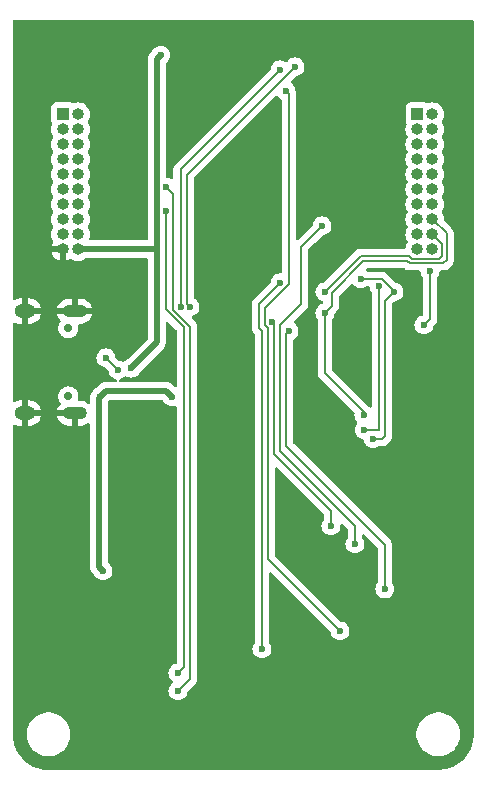
<source format=gbr>
%TF.GenerationSoftware,KiCad,Pcbnew,8.0.6*%
%TF.CreationDate,2025-01-30T17:26:38+11:00*%
%TF.ProjectId,ESP32-DWM1000-local,45535033-322d-4445-974d-313030302d6c,rev?*%
%TF.SameCoordinates,Original*%
%TF.FileFunction,Copper,L2,Bot*%
%TF.FilePolarity,Positive*%
%FSLAX46Y46*%
G04 Gerber Fmt 4.6, Leading zero omitted, Abs format (unit mm)*
G04 Created by KiCad (PCBNEW 8.0.6) date 2025-01-30 17:26:38*
%MOMM*%
%LPD*%
G01*
G04 APERTURE LIST*
%TA.AperFunction,ComponentPad*%
%ADD10C,0.700000*%
%TD*%
%TA.AperFunction,ComponentPad*%
%ADD11O,2.000000X1.100000*%
%TD*%
%TA.AperFunction,ComponentPad*%
%ADD12O,1.800000X1.200000*%
%TD*%
%TA.AperFunction,ComponentPad*%
%ADD13R,1.000000X1.000000*%
%TD*%
%TA.AperFunction,ComponentPad*%
%ADD14O,1.000000X1.000000*%
%TD*%
%TA.AperFunction,ViaPad*%
%ADD15C,0.600000*%
%TD*%
%TA.AperFunction,Conductor*%
%ADD16C,0.200000*%
%TD*%
%TA.AperFunction,Conductor*%
%ADD17C,0.500000*%
%TD*%
G04 APERTURE END LIST*
D10*
%TO.P,USB1,*%
%TO.N,*%
X115180000Y-117110000D03*
X115180000Y-122890000D03*
D11*
%TO.P,USB1,13,SHELL*%
%TO.N,GND*%
X115710000Y-115680000D03*
D12*
X111500000Y-115680000D03*
D11*
%TO.P,USB1,14,SHELL*%
X115710000Y-124320000D03*
D12*
X111500000Y-124320000D03*
%TD*%
D13*
%TO.P,J2,1,Pin_1*%
%TO.N,IO41*%
X144730000Y-99000000D03*
D14*
%TO.P,J2,2,Pin_2*%
%TO.N,IO42*%
X146000000Y-99000000D03*
%TO.P,J2,3,Pin_3*%
%TO.N,IO40*%
X144730000Y-100270000D03*
%TO.P,J2,4,Pin_4*%
%TO.N,CP2102_TX*%
X146000000Y-100270000D03*
%TO.P,J2,5,Pin_5*%
%TO.N,IO39*%
X144730000Y-101540000D03*
%TO.P,J2,6,Pin_6*%
%TO.N,CP2102_RX*%
X146000000Y-101540000D03*
%TO.P,J2,7,Pin_7*%
%TO.N,IO38*%
X144730000Y-102810000D03*
%TO.P,J2,8,Pin_8*%
%TO.N,IO2*%
X146000000Y-102810000D03*
%TO.P,J2,9,Pin_9*%
%TO.N,IO37*%
X144730000Y-104080000D03*
%TO.P,J2,10,Pin_10*%
%TO.N,IO1*%
X146000000Y-104080000D03*
%TO.P,J2,11,Pin_11*%
%TO.N,IO36*%
X144730000Y-105350000D03*
%TO.P,J2,12,Pin_12*%
%TO.N,I2C_SDA*%
X146000000Y-105350000D03*
%TO.P,J2,13,Pin_13*%
%TO.N,IO35*%
X144730000Y-106620000D03*
%TO.P,J2,14,Pin_14*%
%TO.N,I2C_SCL*%
X146000000Y-106620000D03*
%TO.P,J2,15,Pin_15*%
%TO.N,IO0*%
X144730000Y-107890000D03*
%TO.P,J2,16,Pin_16*%
%TO.N,IO14*%
X146000000Y-107890000D03*
%TO.P,J2,17,Pin_17*%
%TO.N,IO45*%
X144730000Y-109160000D03*
%TO.P,J2,18,Pin_18*%
%TO.N,IO21*%
X146000000Y-109160000D03*
%TO.P,J2,19,Pin_19*%
%TO.N,GND*%
X144730000Y-110430000D03*
%TO.P,J2,20,Pin_20*%
%TO.N,CP2102_REGIN*%
X146000000Y-110430000D03*
%TD*%
D13*
%TO.P,J1,1,Pin_1*%
%TO.N,IO15*%
X114730000Y-99000000D03*
D14*
%TO.P,J1,2,Pin_2*%
%TO.N,IO16*%
X116000000Y-99000000D03*
%TO.P,J1,3,Pin_3*%
%TO.N,IO7*%
X114730000Y-100270000D03*
%TO.P,J1,4,Pin_4*%
%TO.N,IO17*%
X116000000Y-100270000D03*
%TO.P,J1,5,Pin_5*%
%TO.N,IO6*%
X114730000Y-101540000D03*
%TO.P,J1,6,Pin_6*%
%TO.N,IO18*%
X116000000Y-101540000D03*
%TO.P,J1,7,Pin_7*%
%TO.N,IO5*%
X114730000Y-102810000D03*
%TO.P,J1,8,Pin_8*%
%TO.N,IO8*%
X116000000Y-102810000D03*
%TO.P,J1,9,Pin_9*%
%TO.N,IO4*%
X114730000Y-104080000D03*
%TO.P,J1,10,Pin_10*%
%TO.N,IO19*%
X116000000Y-104080000D03*
%TO.P,J1,11,Pin_11*%
%TO.N,IO13*%
X114730000Y-105350000D03*
%TO.P,J1,12,Pin_12*%
%TO.N,IO20*%
X116000000Y-105350000D03*
%TO.P,J1,13,Pin_13*%
%TO.N,IO12*%
X114730000Y-106620000D03*
%TO.P,J1,14,Pin_14*%
%TO.N,IO3*%
X116000000Y-106620000D03*
%TO.P,J1,15,Pin_15*%
%TO.N,IO11*%
X114730000Y-107890000D03*
%TO.P,J1,16,Pin_16*%
%TO.N,IO46*%
X116000000Y-107890000D03*
%TO.P,J1,17,Pin_17*%
%TO.N,IO10*%
X114730000Y-109160000D03*
%TO.P,J1,18,Pin_18*%
%TO.N,IO9*%
X116000000Y-109160000D03*
%TO.P,J1,19,Pin_19*%
%TO.N,GND*%
X114730000Y-110430000D03*
%TO.P,J1,20,Pin_20*%
%TO.N,CP2102_REGIN*%
X116000000Y-110430000D03*
%TD*%
D15*
%TO.N,CP2102_RTS*%
X133858000Y-117348000D03*
X141979000Y-139199000D03*
%TO.N,CP2102_DTR*%
X137414000Y-133858000D03*
X132426000Y-116586000D03*
%TO.N,IO0*%
X139446000Y-135382000D03*
X136652000Y-108458000D03*
%TO.N,RESET*%
X133604000Y-97028000D03*
X138176000Y-142748000D03*
%TO.N,GND*%
X111506000Y-107822000D03*
X125500000Y-99000000D03*
X138938000Y-119126000D03*
X111506000Y-111822000D03*
X111506000Y-103822000D03*
X148590000Y-103758000D03*
X142500000Y-153500000D03*
X111506000Y-95822000D03*
X111506000Y-113822000D03*
X111500000Y-131500000D03*
X148590000Y-123762000D03*
X124206000Y-92456000D03*
X148590000Y-115762000D03*
X148500000Y-137500000D03*
X123500000Y-119500000D03*
X126000000Y-153500000D03*
X139192000Y-114046000D03*
X121500000Y-129000000D03*
X127000000Y-127000000D03*
X130000000Y-127000000D03*
X148590000Y-113762000D03*
X111500000Y-118000000D03*
X148590000Y-127762000D03*
X127500000Y-153500000D03*
X129000000Y-153500000D03*
X111500000Y-129500000D03*
X130500000Y-153500000D03*
X111500000Y-143500000D03*
X118872000Y-136652000D03*
X148590000Y-95758000D03*
X125500000Y-100500000D03*
X117000000Y-141500000D03*
X111506000Y-101822000D03*
X130000000Y-103124000D03*
X128524000Y-103124000D03*
X129286000Y-114808000D03*
X148590000Y-117762000D03*
X148500000Y-141500000D03*
X138176000Y-111252000D03*
X148590000Y-109758000D03*
X111500000Y-141500000D03*
X135382000Y-118872000D03*
X148500000Y-143500000D03*
X148590000Y-125762000D03*
X111500000Y-120000000D03*
X148500000Y-135500000D03*
X111506000Y-105822000D03*
X135500000Y-133500000D03*
X148500000Y-131500000D03*
X111506000Y-109822000D03*
X128500000Y-127000000D03*
X143129000Y-118237000D03*
X111500000Y-127500000D03*
X111506000Y-93822000D03*
X148590000Y-119762000D03*
X148500000Y-145500000D03*
X111500000Y-147500000D03*
X148590000Y-121762000D03*
X117500000Y-153500000D03*
X148590000Y-93758000D03*
X124500000Y-153500000D03*
X111506000Y-99822000D03*
X111500000Y-137500000D03*
X132000000Y-153500000D03*
X111500000Y-145500000D03*
X131500000Y-102000000D03*
X148590000Y-91758000D03*
X131500000Y-100500000D03*
X141000000Y-92500000D03*
X111500000Y-122000000D03*
X118872000Y-127508000D03*
X129286000Y-118872000D03*
X111506000Y-91822000D03*
X111506000Y-97822000D03*
X148590000Y-107758000D03*
X119500000Y-153500000D03*
X111500000Y-135500000D03*
X148500000Y-139500000D03*
X148590000Y-105758000D03*
X148500000Y-129500000D03*
X148500000Y-133500000D03*
X148590000Y-97758000D03*
X111500000Y-139500000D03*
X111500000Y-133500000D03*
X148500000Y-147500000D03*
X127000000Y-97500000D03*
X148590000Y-111762000D03*
%TO.N,CP2102_TX*%
X124676129Y-115330495D03*
X133096000Y-95250000D03*
%TO.N,IO19*%
X123444000Y-107188000D03*
X124460000Y-146304000D03*
%TO.N,CP2102_RX*%
X125476000Y-115316000D03*
X134366000Y-94996000D03*
%TO.N,IO14*%
X140208000Y-124460000D03*
X136906000Y-115824000D03*
%TO.N,IO18*%
X123444000Y-105156000D03*
X124460000Y-147828000D03*
%TO.N,CP2102_DM*%
X118364000Y-119634000D03*
X119380000Y-120650000D03*
%TO.N,CP2102_REGIN*%
X145288000Y-116840000D03*
X145796000Y-112268000D03*
X120500000Y-120500000D03*
X123000000Y-94000000D03*
%TO.N,CP2102_VBUS*%
X118110000Y-137668000D03*
X123952000Y-122926000D03*
X117856000Y-122936000D03*
%TO.N,I2C_SDA*%
X141478000Y-113538000D03*
X140220000Y-125718000D03*
%TO.N,I2C_SCL*%
X139954000Y-112938000D03*
X140970000Y-126492000D03*
X142748000Y-114046000D03*
%TO.N,IO21*%
X136906000Y-114046000D03*
X131572000Y-144272000D03*
X133096000Y-113284000D03*
%TD*%
D16*
%TO.N,CP2102_RTS*%
X133858000Y-117348000D02*
X133604000Y-117602000D01*
X133604000Y-127083735D02*
X141979000Y-135458735D01*
X141979000Y-135458735D02*
X141979000Y-139199000D01*
X133604000Y-117602000D02*
X133604000Y-127083735D01*
%TO.N,CP2102_DTR*%
X132426000Y-116586000D02*
X132588000Y-116748000D01*
X132588000Y-116748000D02*
X132588000Y-127762000D01*
X137414000Y-132588000D02*
X137414000Y-133858000D01*
X132588000Y-127762000D02*
X137414000Y-132588000D01*
%TO.N,IO0*%
X133096000Y-116840000D02*
X134874000Y-115062000D01*
X134874000Y-115062000D02*
X134874000Y-110236000D01*
X139446000Y-135382000D02*
X139446000Y-133858000D01*
X139446000Y-133858000D02*
X133096000Y-127508000D01*
X134874000Y-110236000D02*
X136652000Y-108458000D01*
X133096000Y-127508000D02*
X133096000Y-116840000D01*
%TO.N,RESET*%
X133858000Y-113370529D02*
X131826000Y-115402529D01*
X131826000Y-115402529D02*
X131826000Y-116834529D01*
X132080000Y-136652000D02*
X138176000Y-142748000D01*
X132080000Y-117088529D02*
X132080000Y-136652000D01*
X131826000Y-116834529D02*
X132080000Y-117088529D01*
X133604000Y-97028000D02*
X133858000Y-97282000D01*
X133858000Y-97282000D02*
X133858000Y-113370529D01*
%TO.N,IO36*%
X144730000Y-105350000D02*
X144730000Y-105488629D01*
%TO.N,CP2102_TX*%
X133096000Y-95250000D02*
X124676129Y-103669871D01*
X124676129Y-103669871D02*
X124676129Y-115330495D01*
%TO.N,IO19*%
X123444000Y-115512581D02*
X124968000Y-117036581D01*
X123444000Y-107188000D02*
X123444000Y-115512581D01*
X124968000Y-117036581D02*
X124968000Y-145796000D01*
X124968000Y-145796000D02*
X124460000Y-146304000D01*
%TO.N,CP2102_RX*%
X125476000Y-115316000D02*
X125222000Y-115062000D01*
X125222000Y-115062000D02*
X125222000Y-104140000D01*
X125222000Y-104140000D02*
X134366000Y-94996000D01*
%TO.N,IO14*%
X136906000Y-120904000D02*
X136906000Y-115824000D01*
X146942000Y-111630000D02*
X147200000Y-111372000D01*
X140213470Y-111414000D02*
X143868314Y-111414000D01*
X147200000Y-111372000D02*
X147200000Y-109090000D01*
X147200000Y-109090000D02*
X146000000Y-107890000D01*
X143868314Y-111414000D02*
X144084314Y-111630000D01*
X137506000Y-114121471D02*
X137506000Y-115224000D01*
X140213471Y-111414000D02*
X140164735Y-111462735D01*
X140208000Y-124206000D02*
X136906000Y-120904000D01*
X137506000Y-115224000D02*
X136906000Y-115824000D01*
X144084314Y-111630000D02*
X146942000Y-111630000D01*
X140208000Y-124460000D02*
X140208000Y-124206000D01*
X140164735Y-111462735D02*
X140213470Y-111414000D01*
X140164735Y-111462735D02*
X137506000Y-114121471D01*
%TO.N,IO18*%
X124044000Y-105756000D02*
X123444000Y-105156000D01*
X125476000Y-146812000D02*
X125476000Y-116978895D01*
X124044000Y-115546895D02*
X124044000Y-105756000D01*
X125476000Y-116978895D02*
X124044000Y-115546895D01*
X124460000Y-147828000D02*
X125476000Y-146812000D01*
%TO.N,CP2102_DM*%
X118364000Y-119634000D02*
X119380000Y-120650000D01*
D17*
%TO.N,CP2102_REGIN*%
X122682000Y-94318000D02*
X123000000Y-94000000D01*
D16*
X145796000Y-112268000D02*
X145796000Y-116332000D01*
D17*
X122682000Y-118318000D02*
X122682000Y-110490000D01*
X116000000Y-110430000D02*
X122622000Y-110430000D01*
X122682000Y-110490000D02*
X122682000Y-94318000D01*
D16*
X122622000Y-110430000D02*
X122682000Y-110490000D01*
X145796000Y-116332000D02*
X145288000Y-116840000D01*
D17*
X120500000Y-120500000D02*
X122682000Y-118318000D01*
%TO.N,CP2102_VBUS*%
X123454000Y-122428000D02*
X118364000Y-122428000D01*
X123952000Y-122926000D02*
X123454000Y-122428000D01*
X118364000Y-122428000D02*
X117856000Y-122936000D01*
X117856000Y-122936000D02*
X117764000Y-123028000D01*
X117764000Y-123028000D02*
X117764000Y-137322000D01*
X117764000Y-137322000D02*
X118110000Y-137668000D01*
D16*
%TO.N,I2C_SDA*%
X141478000Y-113538000D02*
X141478000Y-125730000D01*
X140232000Y-125730000D02*
X140220000Y-125718000D01*
X141478000Y-125730000D02*
X140232000Y-125730000D01*
%TO.N,I2C_SCL*%
X141726529Y-112938000D02*
X139954000Y-112938000D01*
X142748000Y-113959471D02*
X141726529Y-112938000D01*
X142748000Y-114046000D02*
X142748000Y-113959471D01*
X141732000Y-126492000D02*
X140970000Y-126492000D01*
X141986000Y-126238000D02*
X141732000Y-126492000D01*
X142748000Y-114046000D02*
X141986000Y-114808000D01*
X141986000Y-114808000D02*
X141986000Y-126238000D01*
%TO.N,IO21*%
X144250000Y-111230000D02*
X146580000Y-111230000D01*
X131572000Y-144272000D02*
X131572000Y-117348000D01*
X136906000Y-114046000D02*
X139938000Y-111014000D01*
X131318000Y-117094000D02*
X131318000Y-115062000D01*
X146800000Y-109960000D02*
X146000000Y-109160000D01*
X144034000Y-111014000D02*
X144250000Y-111230000D01*
X139938000Y-111014000D02*
X144034000Y-111014000D01*
X146580000Y-111230000D02*
X146800000Y-111010000D01*
X146800000Y-111010000D02*
X146800000Y-109960000D01*
X131572000Y-117348000D02*
X131318000Y-117094000D01*
X131318000Y-115062000D02*
X133096000Y-113284000D01*
%TD*%
%TA.AperFunction,Conductor*%
%TO.N,GND*%
G36*
X123637703Y-116555965D02*
G01*
X123644181Y-116561997D01*
X124331181Y-117248997D01*
X124364666Y-117310320D01*
X124367500Y-117336678D01*
X124367500Y-121980769D01*
X124347815Y-122047808D01*
X124295011Y-122093563D01*
X124225853Y-122103507D01*
X124162297Y-122074482D01*
X124155819Y-122068450D01*
X123932421Y-121845052D01*
X123932414Y-121845046D01*
X123858729Y-121795812D01*
X123858729Y-121795813D01*
X123809491Y-121762913D01*
X123672917Y-121706343D01*
X123672907Y-121706340D01*
X123527920Y-121677500D01*
X123527918Y-121677500D01*
X119597095Y-121677500D01*
X119530056Y-121657815D01*
X119484301Y-121605011D01*
X119474357Y-121535853D01*
X119503382Y-121472297D01*
X119556140Y-121436458D01*
X119559887Y-121435146D01*
X119729522Y-121375789D01*
X119882262Y-121279816D01*
X119949016Y-121213062D01*
X120010339Y-121179577D01*
X120080031Y-121184561D01*
X120102669Y-121195749D01*
X120130223Y-121213062D01*
X120150478Y-121225789D01*
X120304878Y-121279816D01*
X120320745Y-121285368D01*
X120320750Y-121285369D01*
X120499996Y-121305565D01*
X120500000Y-121305565D01*
X120500004Y-121305565D01*
X120679249Y-121285369D01*
X120679252Y-121285368D01*
X120679255Y-121285368D01*
X120849522Y-121225789D01*
X121002262Y-121129816D01*
X121129816Y-121002262D01*
X121225789Y-120849522D01*
X121225790Y-120849518D01*
X121228811Y-120843246D01*
X121230655Y-120844134D01*
X121253305Y-120808061D01*
X123264952Y-118796416D01*
X123314186Y-118722729D01*
X123347084Y-118673495D01*
X123403658Y-118536913D01*
X123432500Y-118391918D01*
X123432500Y-116649678D01*
X123452185Y-116582639D01*
X123504989Y-116536884D01*
X123574147Y-116526940D01*
X123637703Y-116555965D01*
G37*
%TD.AperFunction*%
%TA.AperFunction,Conductor*%
G36*
X139234216Y-113345001D02*
G01*
X139290150Y-113386873D01*
X139295871Y-113395203D01*
X139324184Y-113440262D01*
X139451738Y-113567816D01*
X139604478Y-113663789D01*
X139697892Y-113696476D01*
X139774745Y-113723368D01*
X139774750Y-113723369D01*
X139953996Y-113743565D01*
X139954000Y-113743565D01*
X139954004Y-113743565D01*
X140133249Y-113723369D01*
X140133252Y-113723368D01*
X140133255Y-113723368D01*
X140303522Y-113663789D01*
X140456262Y-113567816D01*
X140456267Y-113567810D01*
X140459097Y-113565555D01*
X140461275Y-113564665D01*
X140462158Y-113564111D01*
X140462255Y-113564265D01*
X140523783Y-113539145D01*
X140536412Y-113538500D01*
X140561678Y-113538500D01*
X140628717Y-113558185D01*
X140674472Y-113610989D01*
X140684898Y-113648617D01*
X140692630Y-113717249D01*
X140752210Y-113887521D01*
X140848185Y-114040263D01*
X140850445Y-114043097D01*
X140851334Y-114045275D01*
X140851889Y-114046158D01*
X140851734Y-114046255D01*
X140876855Y-114107783D01*
X140877500Y-114120412D01*
X140877500Y-123710905D01*
X140857815Y-123777944D01*
X140805011Y-123823699D01*
X140735853Y-123833643D01*
X140687528Y-123815899D01*
X140644486Y-123788854D01*
X140622776Y-123771540D01*
X140572397Y-123721160D01*
X140572374Y-123721139D01*
X137542819Y-120691584D01*
X137509334Y-120630261D01*
X137506500Y-120603903D01*
X137506500Y-116406412D01*
X137526185Y-116339373D01*
X137533555Y-116329097D01*
X137535810Y-116326267D01*
X137535816Y-116326262D01*
X137631789Y-116173522D01*
X137691368Y-116003255D01*
X137701161Y-115916329D01*
X137728226Y-115851918D01*
X137736690Y-115842543D01*
X137864506Y-115714728D01*
X137864511Y-115714724D01*
X137874714Y-115704520D01*
X137874716Y-115704520D01*
X137986520Y-115592716D01*
X138047374Y-115487313D01*
X138065577Y-115455785D01*
X138106500Y-115303057D01*
X138106500Y-115144943D01*
X138106500Y-114421567D01*
X138126185Y-114354528D01*
X138142814Y-114333890D01*
X139103204Y-113373500D01*
X139164525Y-113340017D01*
X139234216Y-113345001D01*
G37*
%TD.AperFunction*%
%TA.AperFunction,Conductor*%
G36*
X149466609Y-91019685D02*
G01*
X149512364Y-91072489D01*
X149523569Y-91124046D01*
X149509180Y-127217788D01*
X149499529Y-151425957D01*
X149499500Y-151426411D01*
X149499500Y-151496753D01*
X149499330Y-151503243D01*
X149483407Y-151807046D01*
X149482050Y-151819953D01*
X149434971Y-152117205D01*
X149432273Y-152129902D01*
X149354374Y-152420623D01*
X149350363Y-152432966D01*
X149242510Y-152713935D01*
X149237231Y-152725793D01*
X149100591Y-152993963D01*
X149094101Y-153005203D01*
X148930187Y-153257608D01*
X148922558Y-153268109D01*
X148733149Y-153502010D01*
X148724464Y-153511655D01*
X148511655Y-153724464D01*
X148502010Y-153733149D01*
X148268109Y-153922558D01*
X148257608Y-153930187D01*
X148005203Y-154094101D01*
X147993963Y-154100591D01*
X147725793Y-154237231D01*
X147713935Y-154242510D01*
X147432966Y-154350363D01*
X147420623Y-154354374D01*
X147129902Y-154432273D01*
X147117206Y-154434971D01*
X146819954Y-154482051D01*
X146807046Y-154483407D01*
X146503226Y-154499330D01*
X146496739Y-154499500D01*
X146426561Y-154499500D01*
X146425701Y-154499556D01*
X113478162Y-154524622D01*
X113471578Y-154524452D01*
X113167832Y-154508532D01*
X113154926Y-154507175D01*
X113053184Y-154491060D01*
X112857670Y-154460093D01*
X112844975Y-154457395D01*
X112554259Y-154379496D01*
X112541915Y-154375485D01*
X112260940Y-154267628D01*
X112249083Y-154262349D01*
X112205574Y-154240180D01*
X111980917Y-154125710D01*
X111969677Y-154119220D01*
X111717272Y-153955306D01*
X111706771Y-153947677D01*
X111472870Y-153758267D01*
X111463225Y-153749582D01*
X111250417Y-153536774D01*
X111241732Y-153527129D01*
X111052322Y-153293228D01*
X111044693Y-153282727D01*
X111035200Y-153268109D01*
X110880777Y-153030318D01*
X110874289Y-153019082D01*
X110737645Y-152750905D01*
X110732375Y-152739070D01*
X110624514Y-152458084D01*
X110620503Y-152445740D01*
X110542602Y-152155017D01*
X110539906Y-152142328D01*
X110495471Y-151861785D01*
X110492824Y-151845075D01*
X110491468Y-151832169D01*
X110475544Y-151528365D01*
X110475374Y-151521874D01*
X110475374Y-151378711D01*
X111649500Y-151378711D01*
X111649500Y-151621288D01*
X111681161Y-151861785D01*
X111743947Y-152096104D01*
X111768353Y-152155024D01*
X111836776Y-152320212D01*
X111958064Y-152530289D01*
X111958066Y-152530292D01*
X111958067Y-152530293D01*
X112105733Y-152722736D01*
X112105739Y-152722743D01*
X112277256Y-152894260D01*
X112277262Y-152894265D01*
X112469711Y-153041936D01*
X112679788Y-153163224D01*
X112903900Y-153256054D01*
X113138211Y-153318838D01*
X113318586Y-153342584D01*
X113378711Y-153350500D01*
X113378712Y-153350500D01*
X113621289Y-153350500D01*
X113669388Y-153344167D01*
X113861789Y-153318838D01*
X114096100Y-153256054D01*
X114320212Y-153163224D01*
X114530289Y-153041936D01*
X114722738Y-152894265D01*
X114894265Y-152722738D01*
X115041936Y-152530289D01*
X115163224Y-152320212D01*
X115256054Y-152096100D01*
X115318838Y-151861789D01*
X115350500Y-151621288D01*
X115350500Y-151378712D01*
X115350500Y-151378711D01*
X144649500Y-151378711D01*
X144649500Y-151621288D01*
X144681161Y-151861785D01*
X144743947Y-152096104D01*
X144768353Y-152155024D01*
X144836776Y-152320212D01*
X144958064Y-152530289D01*
X144958066Y-152530292D01*
X144958067Y-152530293D01*
X145105733Y-152722736D01*
X145105739Y-152722743D01*
X145277256Y-152894260D01*
X145277262Y-152894265D01*
X145469711Y-153041936D01*
X145679788Y-153163224D01*
X145903900Y-153256054D01*
X146138211Y-153318838D01*
X146318586Y-153342584D01*
X146378711Y-153350500D01*
X146378712Y-153350500D01*
X146621289Y-153350500D01*
X146669388Y-153344167D01*
X146861789Y-153318838D01*
X147096100Y-153256054D01*
X147320212Y-153163224D01*
X147530289Y-153041936D01*
X147722738Y-152894265D01*
X147894265Y-152722738D01*
X148041936Y-152530289D01*
X148163224Y-152320212D01*
X148256054Y-152096100D01*
X148318838Y-151861789D01*
X148350500Y-151621288D01*
X148350500Y-151378712D01*
X148318838Y-151138211D01*
X148256054Y-150903900D01*
X148163224Y-150679788D01*
X148041936Y-150469711D01*
X147894265Y-150277262D01*
X147894260Y-150277256D01*
X147722743Y-150105739D01*
X147722736Y-150105733D01*
X147530293Y-149958067D01*
X147530292Y-149958066D01*
X147530289Y-149958064D01*
X147320212Y-149836776D01*
X147320205Y-149836773D01*
X147096104Y-149743947D01*
X146861785Y-149681161D01*
X146621289Y-149649500D01*
X146621288Y-149649500D01*
X146378712Y-149649500D01*
X146378711Y-149649500D01*
X146138214Y-149681161D01*
X145903895Y-149743947D01*
X145679794Y-149836773D01*
X145679785Y-149836777D01*
X145469706Y-149958067D01*
X145277263Y-150105733D01*
X145277256Y-150105739D01*
X145105739Y-150277256D01*
X145105733Y-150277263D01*
X144958067Y-150469706D01*
X144836777Y-150679785D01*
X144836773Y-150679794D01*
X144743947Y-150903895D01*
X144681161Y-151138214D01*
X144649500Y-151378711D01*
X115350500Y-151378711D01*
X115318838Y-151138211D01*
X115256054Y-150903900D01*
X115163224Y-150679788D01*
X115041936Y-150469711D01*
X114894265Y-150277262D01*
X114894260Y-150277256D01*
X114722743Y-150105739D01*
X114722736Y-150105733D01*
X114530293Y-149958067D01*
X114530292Y-149958066D01*
X114530289Y-149958064D01*
X114320212Y-149836776D01*
X114320205Y-149836773D01*
X114096104Y-149743947D01*
X113861785Y-149681161D01*
X113621289Y-149649500D01*
X113621288Y-149649500D01*
X113378712Y-149649500D01*
X113378711Y-149649500D01*
X113138214Y-149681161D01*
X112903895Y-149743947D01*
X112679794Y-149836773D01*
X112679785Y-149836777D01*
X112469706Y-149958067D01*
X112277263Y-150105733D01*
X112277256Y-150105739D01*
X112105739Y-150277256D01*
X112105733Y-150277263D01*
X111958067Y-150469706D01*
X111836777Y-150679785D01*
X111836773Y-150679794D01*
X111743947Y-150903895D01*
X111681161Y-151138214D01*
X111649500Y-151378711D01*
X110475374Y-151378711D01*
X110475374Y-125387692D01*
X110495059Y-125320653D01*
X110547863Y-125274898D01*
X110617021Y-125264954D01*
X110655670Y-125277208D01*
X110777740Y-125339407D01*
X110942415Y-125392914D01*
X111113429Y-125420000D01*
X111250000Y-125420000D01*
X111250000Y-124620000D01*
X111750000Y-124620000D01*
X111750000Y-125420000D01*
X111886571Y-125420000D01*
X112057584Y-125392914D01*
X112222257Y-125339408D01*
X112376524Y-125260804D01*
X112516602Y-125159032D01*
X112639032Y-125036602D01*
X112740804Y-124896524D01*
X112819408Y-124742255D01*
X112872914Y-124577584D01*
X112874115Y-124570000D01*
X111966987Y-124570000D01*
X111984204Y-124560060D01*
X112040059Y-124504205D01*
X112079555Y-124435796D01*
X112099999Y-124359496D01*
X112099999Y-124280504D01*
X112079555Y-124204204D01*
X112040059Y-124135795D01*
X111984204Y-124079940D01*
X111966987Y-124070000D01*
X112874115Y-124070000D01*
X112874115Y-124069999D01*
X112872914Y-124062415D01*
X112819408Y-123897744D01*
X112740804Y-123743475D01*
X112639032Y-123603397D01*
X112516602Y-123480967D01*
X112376524Y-123379195D01*
X112222257Y-123300591D01*
X112057584Y-123247085D01*
X111886571Y-123220000D01*
X111750000Y-123220000D01*
X111750000Y-124020000D01*
X111250000Y-124020000D01*
X111250000Y-123220000D01*
X111113429Y-123220000D01*
X110942415Y-123247085D01*
X110777742Y-123300591D01*
X110655669Y-123362792D01*
X110587000Y-123375688D01*
X110522259Y-123349412D01*
X110482002Y-123292305D01*
X110475374Y-123252307D01*
X110475374Y-116747692D01*
X110495059Y-116680653D01*
X110547863Y-116634898D01*
X110617021Y-116624954D01*
X110655670Y-116637208D01*
X110777740Y-116699407D01*
X110942415Y-116752914D01*
X111113429Y-116780000D01*
X111250000Y-116780000D01*
X111250000Y-115980000D01*
X111750000Y-115980000D01*
X111750000Y-116780000D01*
X111886571Y-116780000D01*
X112057584Y-116752914D01*
X112222257Y-116699408D01*
X112376524Y-116620804D01*
X112516602Y-116519032D01*
X112639032Y-116396602D01*
X112740804Y-116256524D01*
X112819408Y-116102255D01*
X112872914Y-115937584D01*
X112874115Y-115930000D01*
X111966987Y-115930000D01*
X111984204Y-115920060D01*
X112040059Y-115864205D01*
X112079555Y-115795796D01*
X112099999Y-115719496D01*
X112099999Y-115640504D01*
X112079555Y-115564204D01*
X112040059Y-115495795D01*
X111984204Y-115439940D01*
X111966987Y-115430000D01*
X112874115Y-115430000D01*
X114239157Y-115430000D01*
X115093013Y-115430000D01*
X115075796Y-115439940D01*
X115019941Y-115495795D01*
X114980445Y-115564204D01*
X114960001Y-115640504D01*
X114960001Y-115719496D01*
X114980445Y-115795796D01*
X115019941Y-115864205D01*
X115075796Y-115920060D01*
X115093013Y-115930000D01*
X114239157Y-115930000D01*
X114250350Y-115986274D01*
X114250351Y-115986276D01*
X114329500Y-116177358D01*
X114329505Y-116177368D01*
X114444409Y-116349334D01*
X114504909Y-116409833D01*
X114538394Y-116471156D01*
X114533410Y-116540848D01*
X114520328Y-116566409D01*
X114511879Y-116579053D01*
X114500932Y-116593128D01*
X114488142Y-116607333D01*
X114488138Y-116607338D01*
X114459392Y-116657127D01*
X114455109Y-116664014D01*
X114426302Y-116707126D01*
X114426296Y-116707137D01*
X114418683Y-116725517D01*
X114411513Y-116740055D01*
X114398752Y-116762158D01*
X114382959Y-116810761D01*
X114379592Y-116819887D01*
X114362183Y-116861919D01*
X114362183Y-116861921D01*
X114357052Y-116887714D01*
X114353367Y-116901834D01*
X114343504Y-116932192D01*
X114343502Y-116932202D01*
X114338828Y-116976664D01*
X114337126Y-116987885D01*
X114329500Y-117026228D01*
X114329500Y-117058924D01*
X114328821Y-117071885D01*
X114324815Y-117110000D01*
X114328821Y-117148114D01*
X114329500Y-117161075D01*
X114329500Y-117193770D01*
X114337126Y-117232114D01*
X114338828Y-117243336D01*
X114343502Y-117287797D01*
X114343503Y-117287804D01*
X114353366Y-117318160D01*
X114357051Y-117332281D01*
X114362183Y-117358079D01*
X114362184Y-117358083D01*
X114379586Y-117400095D01*
X114382955Y-117409226D01*
X114398750Y-117457836D01*
X114411508Y-117479933D01*
X114418682Y-117494479D01*
X114426296Y-117512862D01*
X114455110Y-117555984D01*
X114459389Y-117562865D01*
X114466118Y-117574520D01*
X114488142Y-117612667D01*
X114488143Y-117612668D01*
X114500928Y-117626867D01*
X114511878Y-117640945D01*
X114519372Y-117652160D01*
X114560554Y-117693342D01*
X114565024Y-117698052D01*
X114607770Y-117745526D01*
X114607772Y-117745528D01*
X114618039Y-117752987D01*
X114632837Y-117765626D01*
X114637834Y-117770623D01*
X114637842Y-117770629D01*
X114691556Y-117806520D01*
X114695551Y-117809304D01*
X114752405Y-117850611D01*
X114752406Y-117850611D01*
X114752407Y-117850612D01*
X114758136Y-117853162D01*
X114776606Y-117863348D01*
X114777137Y-117863703D01*
X114842729Y-117890872D01*
X114845696Y-117892147D01*
X114915724Y-117923326D01*
X114916962Y-117923728D01*
X114925940Y-117926520D01*
X114926085Y-117926046D01*
X114931912Y-117927814D01*
X114931914Y-117927814D01*
X114931918Y-117927816D01*
X115007928Y-117942934D01*
X115009393Y-117943236D01*
X115090609Y-117960500D01*
X115090610Y-117960500D01*
X115269389Y-117960500D01*
X115269391Y-117960500D01*
X115350663Y-117943224D01*
X115352068Y-117942935D01*
X115428082Y-117927816D01*
X115428087Y-117927813D01*
X115433913Y-117926046D01*
X115434057Y-117926521D01*
X115443088Y-117923711D01*
X115444251Y-117923332D01*
X115444267Y-117923329D01*
X115514329Y-117892134D01*
X115517212Y-117890895D01*
X115582863Y-117863703D01*
X115583390Y-117863350D01*
X115601865Y-117853162D01*
X115602684Y-117852796D01*
X115607593Y-117850612D01*
X115664505Y-117809261D01*
X115668388Y-117806555D01*
X115722162Y-117770626D01*
X115727164Y-117765622D01*
X115741960Y-117752987D01*
X115752230Y-117745526D01*
X115794994Y-117698030D01*
X115799428Y-117693358D01*
X115840626Y-117652162D01*
X115848120Y-117640945D01*
X115859071Y-117626866D01*
X115863687Y-117621740D01*
X115871859Y-117612665D01*
X115900610Y-117562863D01*
X115904887Y-117555987D01*
X115933700Y-117512867D01*
X115933703Y-117512863D01*
X115941320Y-117494469D01*
X115948491Y-117479933D01*
X115961250Y-117457835D01*
X115977047Y-117409213D01*
X115980404Y-117400115D01*
X115997816Y-117358082D01*
X116002948Y-117332278D01*
X116006630Y-117318168D01*
X116016497Y-117287803D01*
X116021171Y-117243322D01*
X116022875Y-117232098D01*
X116030500Y-117193767D01*
X116030500Y-117161075D01*
X116031179Y-117148114D01*
X116031236Y-117147569D01*
X116035185Y-117110000D01*
X116031179Y-117071885D01*
X116030500Y-117058924D01*
X116030500Y-117026232D01*
X116028253Y-117014939D01*
X116022872Y-116987885D01*
X116021171Y-116976671D01*
X116016497Y-116932197D01*
X116006633Y-116901839D01*
X116002947Y-116887714D01*
X116001053Y-116878193D01*
X116007279Y-116808601D01*
X116050142Y-116753423D01*
X116116031Y-116730178D01*
X116122670Y-116730000D01*
X116263417Y-116730000D01*
X116263420Y-116729999D01*
X116466266Y-116689651D01*
X116466274Y-116689649D01*
X116657358Y-116610499D01*
X116657368Y-116610494D01*
X116829335Y-116495589D01*
X116829339Y-116495586D01*
X116975586Y-116349339D01*
X116975589Y-116349335D01*
X117090494Y-116177368D01*
X117090499Y-116177358D01*
X117169648Y-115986276D01*
X117169649Y-115986274D01*
X117180843Y-115930000D01*
X116326987Y-115930000D01*
X116344204Y-115920060D01*
X116400059Y-115864205D01*
X116439555Y-115795796D01*
X116459999Y-115719496D01*
X116459999Y-115640504D01*
X116439555Y-115564204D01*
X116400059Y-115495795D01*
X116344204Y-115439940D01*
X116326987Y-115430000D01*
X117180843Y-115430000D01*
X117169649Y-115373725D01*
X117169648Y-115373723D01*
X117090499Y-115182641D01*
X117090494Y-115182631D01*
X116975589Y-115010664D01*
X116975586Y-115010660D01*
X116829339Y-114864413D01*
X116829335Y-114864410D01*
X116657368Y-114749505D01*
X116657358Y-114749500D01*
X116466274Y-114670350D01*
X116466266Y-114670348D01*
X116263420Y-114630000D01*
X115960000Y-114630000D01*
X115960000Y-115380000D01*
X115460000Y-115380000D01*
X115460000Y-114630000D01*
X115156579Y-114630000D01*
X114953733Y-114670348D01*
X114953725Y-114670350D01*
X114762641Y-114749500D01*
X114762631Y-114749505D01*
X114590664Y-114864410D01*
X114590660Y-114864413D01*
X114444413Y-115010660D01*
X114444410Y-115010664D01*
X114329505Y-115182631D01*
X114329500Y-115182641D01*
X114250351Y-115373723D01*
X114250350Y-115373725D01*
X114239157Y-115430000D01*
X112874115Y-115430000D01*
X112874115Y-115429999D01*
X112872914Y-115422415D01*
X112819408Y-115257744D01*
X112740804Y-115103475D01*
X112639032Y-114963397D01*
X112516602Y-114840967D01*
X112376524Y-114739195D01*
X112222257Y-114660591D01*
X112057584Y-114607085D01*
X111886571Y-114580000D01*
X111750000Y-114580000D01*
X111750000Y-115380000D01*
X111250000Y-115380000D01*
X111250000Y-114580000D01*
X111113429Y-114580000D01*
X110942415Y-114607085D01*
X110777742Y-114660591D01*
X110655669Y-114722792D01*
X110587000Y-114735688D01*
X110522259Y-114709412D01*
X110482002Y-114652305D01*
X110475374Y-114612307D01*
X110475374Y-110680000D01*
X113760840Y-110680000D01*
X113801652Y-110814541D01*
X113894503Y-110988253D01*
X113894507Y-110988260D01*
X114019471Y-111140528D01*
X114171739Y-111265491D01*
X114345465Y-111358349D01*
X114480000Y-111399159D01*
X114480000Y-110680000D01*
X113760840Y-110680000D01*
X110475374Y-110680000D01*
X110475374Y-100270000D01*
X113724659Y-100270000D01*
X113743975Y-100466129D01*
X113801188Y-100654733D01*
X113894086Y-100828532D01*
X113897473Y-100833601D01*
X113895836Y-100834694D01*
X113919596Y-100890663D01*
X113907795Y-100959529D01*
X113897109Y-100976156D01*
X113897473Y-100976399D01*
X113894086Y-100981467D01*
X113801188Y-101155266D01*
X113743975Y-101343870D01*
X113724659Y-101540000D01*
X113743975Y-101736129D01*
X113801188Y-101924733D01*
X113894086Y-102098532D01*
X113897473Y-102103601D01*
X113895836Y-102104694D01*
X113919596Y-102160663D01*
X113907795Y-102229529D01*
X113897109Y-102246156D01*
X113897473Y-102246399D01*
X113894086Y-102251467D01*
X113801188Y-102425266D01*
X113743975Y-102613870D01*
X113724659Y-102810000D01*
X113743975Y-103006129D01*
X113801188Y-103194733D01*
X113894086Y-103368532D01*
X113897473Y-103373601D01*
X113895836Y-103374694D01*
X113919596Y-103430663D01*
X113907795Y-103499529D01*
X113897109Y-103516156D01*
X113897473Y-103516399D01*
X113894086Y-103521467D01*
X113801188Y-103695266D01*
X113743975Y-103883870D01*
X113724659Y-104080000D01*
X113743975Y-104276129D01*
X113743976Y-104276132D01*
X113796763Y-104450148D01*
X113801188Y-104464733D01*
X113894086Y-104638532D01*
X113897473Y-104643601D01*
X113895836Y-104644694D01*
X113919596Y-104700663D01*
X113907795Y-104769529D01*
X113897109Y-104786156D01*
X113897473Y-104786399D01*
X113894086Y-104791467D01*
X113801188Y-104965266D01*
X113743975Y-105153870D01*
X113724659Y-105350000D01*
X113743975Y-105546129D01*
X113801188Y-105734733D01*
X113894086Y-105908532D01*
X113897473Y-105913601D01*
X113895836Y-105914694D01*
X113919596Y-105970663D01*
X113907795Y-106039529D01*
X113897109Y-106056156D01*
X113897473Y-106056399D01*
X113894086Y-106061467D01*
X113801188Y-106235266D01*
X113743975Y-106423870D01*
X113724659Y-106620000D01*
X113743975Y-106816129D01*
X113801188Y-107004733D01*
X113894086Y-107178532D01*
X113897473Y-107183601D01*
X113895836Y-107184694D01*
X113919596Y-107240663D01*
X113907795Y-107309529D01*
X113897109Y-107326156D01*
X113897473Y-107326399D01*
X113894086Y-107331467D01*
X113801188Y-107505266D01*
X113743975Y-107693870D01*
X113724659Y-107890000D01*
X113743975Y-108086129D01*
X113801188Y-108274733D01*
X113894086Y-108448532D01*
X113897473Y-108453601D01*
X113895836Y-108454694D01*
X113919596Y-108510663D01*
X113907795Y-108579529D01*
X113897109Y-108596156D01*
X113897473Y-108596399D01*
X113894086Y-108601467D01*
X113801188Y-108775266D01*
X113801186Y-108775273D01*
X113743976Y-108963868D01*
X113731768Y-109087816D01*
X113724659Y-109160000D01*
X113743975Y-109356129D01*
X113801188Y-109544733D01*
X113894086Y-109718532D01*
X113897473Y-109723601D01*
X113895955Y-109724615D01*
X113919918Y-109781042D01*
X113908124Y-109849909D01*
X113897515Y-109866420D01*
X113897893Y-109866673D01*
X113894505Y-109871742D01*
X113801652Y-110045458D01*
X113760839Y-110179999D01*
X113760840Y-110180000D01*
X114520382Y-110180000D01*
X114469936Y-110230446D01*
X114427149Y-110304555D01*
X114405000Y-110387213D01*
X114405000Y-110472787D01*
X114427149Y-110555445D01*
X114469936Y-110629554D01*
X114530446Y-110690064D01*
X114604555Y-110732851D01*
X114687213Y-110755000D01*
X114772787Y-110755000D01*
X114855445Y-110732851D01*
X114929554Y-110690064D01*
X114980000Y-110639618D01*
X114980000Y-111399159D01*
X115114534Y-111358349D01*
X115288259Y-111265492D01*
X115293320Y-111262111D01*
X115294444Y-111263793D01*
X115350203Y-111240086D01*
X115419075Y-111251851D01*
X115436186Y-111262843D01*
X115436399Y-111262526D01*
X115441457Y-111265906D01*
X115441462Y-111265910D01*
X115615273Y-111358814D01*
X115803868Y-111416024D01*
X116000000Y-111435341D01*
X116196132Y-111416024D01*
X116384727Y-111358814D01*
X116558538Y-111265910D01*
X116628313Y-111208647D01*
X116692623Y-111181334D01*
X116706978Y-111180500D01*
X121807500Y-111180500D01*
X121874539Y-111200185D01*
X121920294Y-111252989D01*
X121931500Y-111304500D01*
X121931500Y-117955769D01*
X121911815Y-118022808D01*
X121895181Y-118043450D01*
X120191937Y-119746693D01*
X120155876Y-119769362D01*
X120156756Y-119771188D01*
X120150478Y-119774211D01*
X119997737Y-119870184D01*
X119997736Y-119870185D01*
X119930982Y-119936938D01*
X119869658Y-119970423D01*
X119799967Y-119965437D01*
X119777331Y-119954250D01*
X119729527Y-119924213D01*
X119729523Y-119924211D01*
X119596944Y-119877820D01*
X119559255Y-119864632D01*
X119559254Y-119864631D01*
X119559249Y-119864630D01*
X119472330Y-119854837D01*
X119407916Y-119827770D01*
X119398533Y-119819298D01*
X119194700Y-119615465D01*
X119161215Y-119554142D01*
X119159163Y-119541686D01*
X119149368Y-119454745D01*
X119089789Y-119284478D01*
X118993816Y-119131738D01*
X118866262Y-119004184D01*
X118713523Y-118908211D01*
X118543254Y-118848631D01*
X118543249Y-118848630D01*
X118364004Y-118828435D01*
X118363996Y-118828435D01*
X118184750Y-118848630D01*
X118184745Y-118848631D01*
X118014476Y-118908211D01*
X117861737Y-119004184D01*
X117734184Y-119131737D01*
X117638211Y-119284476D01*
X117578631Y-119454745D01*
X117578630Y-119454750D01*
X117558435Y-119633996D01*
X117558435Y-119634003D01*
X117578630Y-119813249D01*
X117578631Y-119813254D01*
X117638211Y-119983523D01*
X117734184Y-120136262D01*
X117861738Y-120263816D01*
X118014478Y-120359789D01*
X118184745Y-120419368D01*
X118271669Y-120429161D01*
X118336080Y-120456226D01*
X118345465Y-120464700D01*
X118549298Y-120668533D01*
X118582783Y-120729856D01*
X118584837Y-120742330D01*
X118594630Y-120829249D01*
X118654210Y-120999521D01*
X118736080Y-121129815D01*
X118750184Y-121152262D01*
X118877738Y-121279816D01*
X119030478Y-121375789D01*
X119075635Y-121391590D01*
X119203860Y-121436458D01*
X119260636Y-121477180D01*
X119286383Y-121542133D01*
X119272927Y-121610695D01*
X119224540Y-121661097D01*
X119162905Y-121677500D01*
X118290080Y-121677500D01*
X118145092Y-121706340D01*
X118145082Y-121706343D01*
X118008511Y-121762912D01*
X118008498Y-121762919D01*
X117885584Y-121845048D01*
X117885580Y-121845051D01*
X117547937Y-122182693D01*
X117511873Y-122205370D01*
X117512750Y-122207191D01*
X117506475Y-122210212D01*
X117353737Y-122306184D01*
X117226184Y-122433737D01*
X117130212Y-122586475D01*
X117130211Y-122586476D01*
X117105533Y-122657001D01*
X117101203Y-122666865D01*
X117101245Y-122666883D01*
X117042342Y-122809086D01*
X117042340Y-122809092D01*
X117013500Y-122954079D01*
X117013500Y-123395477D01*
X116993815Y-123462516D01*
X116941011Y-123508271D01*
X116871853Y-123518215D01*
X116820609Y-123498579D01*
X116657368Y-123389505D01*
X116657358Y-123389500D01*
X116466274Y-123310350D01*
X116466266Y-123310348D01*
X116263420Y-123270000D01*
X116122670Y-123270000D01*
X116055631Y-123250315D01*
X116009876Y-123197511D01*
X115999932Y-123128353D01*
X116001051Y-123121819D01*
X116002945Y-123112293D01*
X116006630Y-123098168D01*
X116016497Y-123067803D01*
X116021171Y-123023322D01*
X116022875Y-123012098D01*
X116030500Y-122973767D01*
X116030500Y-122941075D01*
X116031179Y-122928114D01*
X116031236Y-122927569D01*
X116035185Y-122890000D01*
X116031179Y-122851885D01*
X116030500Y-122838924D01*
X116030500Y-122806232D01*
X116028398Y-122795670D01*
X116022872Y-122767885D01*
X116021171Y-122756671D01*
X116016497Y-122712197D01*
X116006633Y-122681839D01*
X116002947Y-122667712D01*
X115997817Y-122641925D01*
X115997816Y-122641918D01*
X115980401Y-122599877D01*
X115977045Y-122590780D01*
X115961250Y-122542165D01*
X115948486Y-122520058D01*
X115941314Y-122505513D01*
X115933706Y-122487144D01*
X115933705Y-122487142D01*
X115933703Y-122487137D01*
X115904885Y-122444008D01*
X115900601Y-122437119D01*
X115898648Y-122433737D01*
X115871859Y-122387335D01*
X115871856Y-122387331D01*
X115859070Y-122373131D01*
X115848115Y-122359047D01*
X115840629Y-122347843D01*
X115840626Y-122347838D01*
X115799441Y-122306653D01*
X115794974Y-122301946D01*
X115752234Y-122254477D01*
X115752230Y-122254474D01*
X115741952Y-122247006D01*
X115727161Y-122234372D01*
X115722165Y-122229376D01*
X115722161Y-122229373D01*
X115668442Y-122193479D01*
X115664448Y-122190695D01*
X115607594Y-122149388D01*
X115607593Y-122149387D01*
X115601855Y-122146833D01*
X115583397Y-122136654D01*
X115582866Y-122136299D01*
X115582865Y-122136298D01*
X115582863Y-122136297D01*
X115517241Y-122109115D01*
X115514289Y-122107846D01*
X115444270Y-122076672D01*
X115443316Y-122076362D01*
X115434047Y-122073492D01*
X115433908Y-122073952D01*
X115428085Y-122072185D01*
X115428082Y-122072184D01*
X115428078Y-122072183D01*
X115428071Y-122072181D01*
X115352172Y-122057084D01*
X115350620Y-122056765D01*
X115269391Y-122039500D01*
X115090609Y-122039500D01*
X115026601Y-122053104D01*
X115009428Y-122056755D01*
X115007841Y-122057081D01*
X114931921Y-122072183D01*
X114926090Y-122073952D01*
X114925949Y-122073490D01*
X114916651Y-122076372D01*
X114915731Y-122076671D01*
X114845721Y-122107840D01*
X114842745Y-122109119D01*
X114777139Y-122136295D01*
X114777132Y-122136299D01*
X114776581Y-122136668D01*
X114758157Y-122146827D01*
X114752413Y-122149384D01*
X114752406Y-122149389D01*
X114695580Y-122190675D01*
X114691590Y-122193456D01*
X114637841Y-122229371D01*
X114637834Y-122229377D01*
X114632830Y-122234381D01*
X114618050Y-122247003D01*
X114607777Y-122254467D01*
X114607767Y-122254476D01*
X114565022Y-122301948D01*
X114560557Y-122306653D01*
X114519377Y-122347834D01*
X114519369Y-122347843D01*
X114511877Y-122359056D01*
X114500932Y-122373128D01*
X114488142Y-122387333D01*
X114488138Y-122387338D01*
X114459392Y-122437127D01*
X114455109Y-122444014D01*
X114426302Y-122487126D01*
X114426296Y-122487137D01*
X114418683Y-122505517D01*
X114411513Y-122520055D01*
X114398752Y-122542158D01*
X114382959Y-122590761D01*
X114379592Y-122599887D01*
X114362183Y-122641919D01*
X114362183Y-122641921D01*
X114357052Y-122667714D01*
X114353367Y-122681834D01*
X114343504Y-122712192D01*
X114343502Y-122712202D01*
X114338828Y-122756664D01*
X114337126Y-122767885D01*
X114329500Y-122806228D01*
X114329500Y-122838924D01*
X114328821Y-122851885D01*
X114324815Y-122890000D01*
X114328821Y-122928114D01*
X114329500Y-122941075D01*
X114329500Y-122973770D01*
X114337126Y-123012114D01*
X114338828Y-123023336D01*
X114343502Y-123067797D01*
X114343503Y-123067804D01*
X114353366Y-123098160D01*
X114357051Y-123112281D01*
X114362183Y-123138079D01*
X114362184Y-123138084D01*
X114379586Y-123180095D01*
X114382955Y-123189226D01*
X114398750Y-123237836D01*
X114411508Y-123259933D01*
X114418682Y-123274479D01*
X114426296Y-123292862D01*
X114455110Y-123335984D01*
X114459396Y-123342876D01*
X114488142Y-123392667D01*
X114488143Y-123392668D01*
X114500928Y-123406867D01*
X114511877Y-123420942D01*
X114519374Y-123432162D01*
X114519377Y-123432165D01*
X114520326Y-123433585D01*
X114541208Y-123500261D01*
X114522728Y-123567643D01*
X114504911Y-123590163D01*
X114444408Y-123650667D01*
X114329505Y-123822631D01*
X114329500Y-123822641D01*
X114250351Y-124013723D01*
X114250350Y-124013725D01*
X114239157Y-124070000D01*
X115093001Y-124070000D01*
X115075784Y-124079940D01*
X115019929Y-124135795D01*
X114980433Y-124204204D01*
X114959989Y-124280504D01*
X114959989Y-124359496D01*
X114980433Y-124435796D01*
X115019929Y-124504205D01*
X115075784Y-124560060D01*
X115093001Y-124570000D01*
X114239157Y-124570000D01*
X114250350Y-124626274D01*
X114250351Y-124626276D01*
X114329500Y-124817358D01*
X114329505Y-124817368D01*
X114444410Y-124989335D01*
X114444413Y-124989339D01*
X114590660Y-125135586D01*
X114590664Y-125135589D01*
X114762631Y-125250494D01*
X114762641Y-125250499D01*
X114953725Y-125329649D01*
X114953733Y-125329651D01*
X115156579Y-125369999D01*
X115156583Y-125370000D01*
X115460000Y-125370000D01*
X115460000Y-124620000D01*
X115960000Y-124620000D01*
X115960000Y-125370000D01*
X116263417Y-125370000D01*
X116263420Y-125369999D01*
X116466266Y-125329651D01*
X116466274Y-125329649D01*
X116657358Y-125250499D01*
X116657368Y-125250494D01*
X116820609Y-125141420D01*
X116887286Y-125120542D01*
X116954667Y-125139026D01*
X117001357Y-125191005D01*
X117013500Y-125244522D01*
X117013500Y-137395918D01*
X117013500Y-137395920D01*
X117013499Y-137395920D01*
X117042340Y-137540907D01*
X117042343Y-137540917D01*
X117098914Y-137677492D01*
X117131812Y-137726727D01*
X117131813Y-137726730D01*
X117181046Y-137800414D01*
X117181052Y-137800421D01*
X117356692Y-137976060D01*
X117379356Y-138012129D01*
X117381188Y-138011247D01*
X117384207Y-138017516D01*
X117480184Y-138170262D01*
X117607738Y-138297816D01*
X117760478Y-138393789D01*
X117930745Y-138453368D01*
X117930750Y-138453369D01*
X118109996Y-138473565D01*
X118110000Y-138473565D01*
X118110004Y-138473565D01*
X118289249Y-138453369D01*
X118289252Y-138453368D01*
X118289255Y-138453368D01*
X118459522Y-138393789D01*
X118612262Y-138297816D01*
X118739816Y-138170262D01*
X118835789Y-138017522D01*
X118895368Y-137847255D01*
X118895369Y-137847249D01*
X118915565Y-137668003D01*
X118915565Y-137667996D01*
X118895369Y-137488750D01*
X118895368Y-137488745D01*
X118835788Y-137318476D01*
X118739815Y-137165737D01*
X118612262Y-137038184D01*
X118612259Y-137038182D01*
X118572527Y-137013216D01*
X118526236Y-136960881D01*
X118514500Y-136908223D01*
X118514500Y-123428335D01*
X118533507Y-123362362D01*
X118566188Y-123310350D01*
X118581789Y-123285522D01*
X118581791Y-123285513D01*
X118584808Y-123279252D01*
X118586648Y-123280138D01*
X118609304Y-123244062D01*
X118638551Y-123214815D01*
X118699873Y-123181333D01*
X118726229Y-123178500D01*
X123091770Y-123178500D01*
X123158809Y-123198185D01*
X123179451Y-123214819D01*
X123198692Y-123234060D01*
X123221356Y-123270123D01*
X123223186Y-123269242D01*
X123226208Y-123275516D01*
X123226210Y-123275519D01*
X123226211Y-123275522D01*
X123322184Y-123428262D01*
X123449738Y-123555816D01*
X123468561Y-123567643D01*
X123579684Y-123637467D01*
X123602478Y-123651789D01*
X123749771Y-123703329D01*
X123772745Y-123711368D01*
X123772750Y-123711369D01*
X123951996Y-123731565D01*
X123952000Y-123731565D01*
X123952004Y-123731565D01*
X124131249Y-123711369D01*
X124131251Y-123711368D01*
X124131255Y-123711368D01*
X124131258Y-123711366D01*
X124131262Y-123711366D01*
X124202545Y-123686423D01*
X124272323Y-123682860D01*
X124332951Y-123717589D01*
X124365179Y-123779582D01*
X124367500Y-123803464D01*
X124367500Y-145400292D01*
X124347815Y-145467331D01*
X124295011Y-145513086D01*
X124284455Y-145517334D01*
X124110476Y-145578211D01*
X123957737Y-145674184D01*
X123830184Y-145801737D01*
X123734211Y-145954476D01*
X123674631Y-146124745D01*
X123674630Y-146124750D01*
X123654435Y-146303996D01*
X123654435Y-146304003D01*
X123674630Y-146483249D01*
X123674631Y-146483254D01*
X123734211Y-146653523D01*
X123830184Y-146806262D01*
X123957737Y-146933815D01*
X123957740Y-146933817D01*
X124001011Y-146961007D01*
X124047302Y-147013342D01*
X124057949Y-147082395D01*
X124029574Y-147146244D01*
X124001011Y-147170993D01*
X123957740Y-147198182D01*
X123957737Y-147198184D01*
X123830184Y-147325737D01*
X123734211Y-147478476D01*
X123674631Y-147648745D01*
X123674630Y-147648750D01*
X123654435Y-147827996D01*
X123654435Y-147828003D01*
X123674630Y-148007249D01*
X123674631Y-148007254D01*
X123734211Y-148177523D01*
X123830184Y-148330262D01*
X123957738Y-148457816D01*
X124110478Y-148553789D01*
X124280745Y-148613368D01*
X124280750Y-148613369D01*
X124459996Y-148633565D01*
X124460000Y-148633565D01*
X124460004Y-148633565D01*
X124639249Y-148613369D01*
X124639252Y-148613368D01*
X124639255Y-148613368D01*
X124809522Y-148553789D01*
X124962262Y-148457816D01*
X125089816Y-148330262D01*
X125185789Y-148177522D01*
X125245368Y-148007255D01*
X125255161Y-147920329D01*
X125282226Y-147855918D01*
X125290690Y-147846543D01*
X125834506Y-147302728D01*
X125834511Y-147302724D01*
X125844714Y-147292520D01*
X125844716Y-147292520D01*
X125956520Y-147180716D01*
X126009259Y-147089368D01*
X126035577Y-147043785D01*
X126076501Y-146891057D01*
X126076501Y-146732943D01*
X126076501Y-146725348D01*
X126076500Y-146725330D01*
X126076500Y-117067954D01*
X126076501Y-117067941D01*
X126076501Y-116899840D01*
X126076501Y-116899838D01*
X126035577Y-116747110D01*
X125990447Y-116668943D01*
X125956520Y-116610179D01*
X125844716Y-116498375D01*
X125844715Y-116498374D01*
X125840385Y-116494044D01*
X125840374Y-116494034D01*
X125641051Y-116294711D01*
X125607566Y-116233388D01*
X125612550Y-116163696D01*
X125654422Y-116107763D01*
X125687777Y-116089988D01*
X125825522Y-116041789D01*
X125978262Y-115945816D01*
X126105816Y-115818262D01*
X126201789Y-115665522D01*
X126261368Y-115495255D01*
X126262263Y-115487313D01*
X126281565Y-115316003D01*
X126281565Y-115315996D01*
X126261369Y-115136750D01*
X126261368Y-115136745D01*
X126207550Y-114982942D01*
X126201789Y-114966478D01*
X126105816Y-114813738D01*
X125978262Y-114686184D01*
X125978260Y-114686182D01*
X125880527Y-114624772D01*
X125834237Y-114572438D01*
X125822500Y-114519779D01*
X125822500Y-104440096D01*
X125842185Y-104373057D01*
X125858814Y-104352420D01*
X132751093Y-97460140D01*
X132812414Y-97426657D01*
X132882106Y-97431641D01*
X132938039Y-97473513D01*
X132943766Y-97481852D01*
X132974181Y-97530259D01*
X132974184Y-97530262D01*
X133101738Y-97657816D01*
X133199472Y-97719226D01*
X133245763Y-97771561D01*
X133257500Y-97824220D01*
X133257500Y-112357875D01*
X133237815Y-112424914D01*
X133185011Y-112470669D01*
X133119619Y-112481096D01*
X133113325Y-112480387D01*
X133096000Y-112478435D01*
X133095998Y-112478435D01*
X133095997Y-112478435D01*
X133095996Y-112478435D01*
X132916750Y-112498630D01*
X132916745Y-112498631D01*
X132746476Y-112558211D01*
X132593737Y-112654184D01*
X132466184Y-112781737D01*
X132370210Y-112934478D01*
X132310630Y-113104750D01*
X132300837Y-113191667D01*
X132273770Y-113256081D01*
X132265298Y-113265464D01*
X130949286Y-114581478D01*
X130837481Y-114693282D01*
X130837479Y-114693285D01*
X130822989Y-114718382D01*
X130808499Y-114743481D01*
X130769006Y-114811884D01*
X130759159Y-114828941D01*
X130758423Y-114830215D01*
X130717499Y-114982943D01*
X130717499Y-114982945D01*
X130717499Y-115151046D01*
X130717500Y-115151059D01*
X130717500Y-117007330D01*
X130717499Y-117007348D01*
X130717499Y-117173054D01*
X130717498Y-117173054D01*
X130756379Y-117318160D01*
X130758423Y-117325785D01*
X130777070Y-117358082D01*
X130801326Y-117400095D01*
X130837479Y-117462714D01*
X130837481Y-117462717D01*
X130935181Y-117560417D01*
X130968666Y-117621740D01*
X130971500Y-117648098D01*
X130971500Y-143689587D01*
X130951815Y-143756626D01*
X130944450Y-143766896D01*
X130942186Y-143769734D01*
X130846211Y-143922476D01*
X130786631Y-144092745D01*
X130786630Y-144092750D01*
X130766435Y-144271996D01*
X130766435Y-144272003D01*
X130786630Y-144451249D01*
X130786631Y-144451254D01*
X130846211Y-144621523D01*
X130942184Y-144774262D01*
X131069738Y-144901816D01*
X131222478Y-144997789D01*
X131392745Y-145057368D01*
X131392750Y-145057369D01*
X131571996Y-145077565D01*
X131572000Y-145077565D01*
X131572004Y-145077565D01*
X131751249Y-145057369D01*
X131751252Y-145057368D01*
X131751255Y-145057368D01*
X131921522Y-144997789D01*
X132074262Y-144901816D01*
X132201816Y-144774262D01*
X132297789Y-144621522D01*
X132357368Y-144451255D01*
X132377565Y-144272000D01*
X132357368Y-144092745D01*
X132297789Y-143922478D01*
X132201816Y-143769738D01*
X132201814Y-143769736D01*
X132201813Y-143769734D01*
X132199550Y-143766896D01*
X132198659Y-143764715D01*
X132198111Y-143763842D01*
X132198264Y-143763745D01*
X132173144Y-143702209D01*
X132172500Y-143689587D01*
X132172500Y-137893097D01*
X132192185Y-137826058D01*
X132244989Y-137780303D01*
X132314147Y-137770359D01*
X132377703Y-137799384D01*
X132384181Y-137805416D01*
X137345298Y-142766533D01*
X137378783Y-142827856D01*
X137380837Y-142840330D01*
X137390630Y-142927249D01*
X137450210Y-143097521D01*
X137546184Y-143250262D01*
X137673738Y-143377816D01*
X137826478Y-143473789D01*
X137996745Y-143533368D01*
X137996750Y-143533369D01*
X138175996Y-143553565D01*
X138176000Y-143553565D01*
X138176004Y-143553565D01*
X138355249Y-143533369D01*
X138355252Y-143533368D01*
X138355255Y-143533368D01*
X138525522Y-143473789D01*
X138678262Y-143377816D01*
X138805816Y-143250262D01*
X138901789Y-143097522D01*
X138961368Y-142927255D01*
X138971162Y-142840330D01*
X138981565Y-142748003D01*
X138981565Y-142747996D01*
X138961369Y-142568750D01*
X138961368Y-142568745D01*
X138901788Y-142398476D01*
X138805815Y-142245737D01*
X138678262Y-142118184D01*
X138525521Y-142022210D01*
X138355249Y-141962630D01*
X138268330Y-141952837D01*
X138203916Y-141925770D01*
X138194533Y-141917298D01*
X132716819Y-136439584D01*
X132683334Y-136378261D01*
X132680500Y-136351903D01*
X132680500Y-129003097D01*
X132700185Y-128936058D01*
X132752989Y-128890303D01*
X132822147Y-128880359D01*
X132885703Y-128909384D01*
X132892181Y-128915416D01*
X136777181Y-132800416D01*
X136810666Y-132861739D01*
X136813500Y-132888097D01*
X136813500Y-133275587D01*
X136793815Y-133342626D01*
X136786450Y-133352896D01*
X136784186Y-133355734D01*
X136688211Y-133508476D01*
X136628631Y-133678745D01*
X136628630Y-133678750D01*
X136608435Y-133857996D01*
X136608435Y-133858003D01*
X136628630Y-134037249D01*
X136628631Y-134037254D01*
X136688211Y-134207523D01*
X136784184Y-134360262D01*
X136911738Y-134487816D01*
X137002080Y-134544582D01*
X137060228Y-134581119D01*
X137064478Y-134583789D01*
X137234745Y-134643368D01*
X137234750Y-134643369D01*
X137413996Y-134663565D01*
X137414000Y-134663565D01*
X137414004Y-134663565D01*
X137593249Y-134643369D01*
X137593252Y-134643368D01*
X137593255Y-134643368D01*
X137763522Y-134583789D01*
X137916262Y-134487816D01*
X138043816Y-134360262D01*
X138139789Y-134207522D01*
X138199368Y-134037255D01*
X138219565Y-133858000D01*
X138211345Y-133785045D01*
X138223399Y-133716224D01*
X138270748Y-133664845D01*
X138338358Y-133647220D01*
X138404764Y-133668946D01*
X138422246Y-133683481D01*
X138809181Y-134070416D01*
X138842666Y-134131739D01*
X138845500Y-134158097D01*
X138845500Y-134799587D01*
X138825815Y-134866626D01*
X138818450Y-134876896D01*
X138816186Y-134879734D01*
X138720211Y-135032476D01*
X138660631Y-135202745D01*
X138660630Y-135202750D01*
X138640435Y-135381996D01*
X138640435Y-135382003D01*
X138660630Y-135561249D01*
X138660631Y-135561254D01*
X138720211Y-135731523D01*
X138720809Y-135732474D01*
X138816184Y-135884262D01*
X138943738Y-136011816D01*
X139096478Y-136107789D01*
X139266745Y-136167368D01*
X139266750Y-136167369D01*
X139445996Y-136187565D01*
X139446000Y-136187565D01*
X139446004Y-136187565D01*
X139625249Y-136167369D01*
X139625252Y-136167368D01*
X139625255Y-136167368D01*
X139795522Y-136107789D01*
X139948262Y-136011816D01*
X140075816Y-135884262D01*
X140171789Y-135731522D01*
X140231368Y-135561255D01*
X140251565Y-135382000D01*
X140251303Y-135379679D01*
X140231369Y-135202750D01*
X140231368Y-135202745D01*
X140171789Y-135032478D01*
X140075816Y-134879738D01*
X140075814Y-134879736D01*
X140075813Y-134879734D01*
X140073550Y-134876896D01*
X140072659Y-134874715D01*
X140072111Y-134873842D01*
X140072264Y-134873745D01*
X140047144Y-134812209D01*
X140046500Y-134799587D01*
X140046500Y-134674832D01*
X140066185Y-134607793D01*
X140118989Y-134562038D01*
X140188147Y-134552094D01*
X140251703Y-134581119D01*
X140258181Y-134587151D01*
X141342181Y-135671151D01*
X141375666Y-135732474D01*
X141378500Y-135758832D01*
X141378500Y-138616587D01*
X141358815Y-138683626D01*
X141351450Y-138693896D01*
X141349186Y-138696734D01*
X141253211Y-138849476D01*
X141193631Y-139019745D01*
X141193630Y-139019750D01*
X141173435Y-139198996D01*
X141173435Y-139199003D01*
X141193630Y-139378249D01*
X141193631Y-139378254D01*
X141253211Y-139548523D01*
X141349184Y-139701262D01*
X141476738Y-139828816D01*
X141629478Y-139924789D01*
X141799745Y-139984368D01*
X141799750Y-139984369D01*
X141978996Y-140004565D01*
X141979000Y-140004565D01*
X141979004Y-140004565D01*
X142158249Y-139984369D01*
X142158252Y-139984368D01*
X142158255Y-139984368D01*
X142328522Y-139924789D01*
X142481262Y-139828816D01*
X142608816Y-139701262D01*
X142704789Y-139548522D01*
X142764368Y-139378255D01*
X142784565Y-139199000D01*
X142764368Y-139019745D01*
X142704789Y-138849478D01*
X142608816Y-138696738D01*
X142608814Y-138696736D01*
X142608813Y-138696734D01*
X142606550Y-138693896D01*
X142605659Y-138691715D01*
X142605111Y-138690842D01*
X142605264Y-138690745D01*
X142580144Y-138629209D01*
X142579500Y-138616587D01*
X142579500Y-135547795D01*
X142579501Y-135547782D01*
X142579501Y-135379679D01*
X142538576Y-135226949D01*
X142538573Y-135226944D01*
X142459524Y-135090025D01*
X142459518Y-135090017D01*
X134240819Y-126871318D01*
X134207334Y-126809995D01*
X134204500Y-126783637D01*
X134204500Y-118144220D01*
X134224185Y-118077181D01*
X134262526Y-118039227D01*
X134360262Y-117977816D01*
X134487816Y-117850262D01*
X134583789Y-117697522D01*
X134643368Y-117527255D01*
X134651190Y-117457832D01*
X134663565Y-117348003D01*
X134663565Y-117347996D01*
X134643369Y-117168750D01*
X134643368Y-117168745D01*
X134593501Y-117026233D01*
X134583789Y-116998478D01*
X134570082Y-116976664D01*
X134542139Y-116932192D01*
X134487816Y-116845738D01*
X134360262Y-116718184D01*
X134311851Y-116687765D01*
X134265561Y-116635431D01*
X134254913Y-116566377D01*
X134283288Y-116502529D01*
X134290143Y-116495091D01*
X134458972Y-116326262D01*
X135354520Y-115430716D01*
X135433577Y-115293784D01*
X135474501Y-115141057D01*
X135474501Y-114982942D01*
X135474501Y-114975347D01*
X135474500Y-114975329D01*
X135474500Y-114045996D01*
X136100435Y-114045996D01*
X136100435Y-114046003D01*
X136120630Y-114225249D01*
X136120631Y-114225254D01*
X136180211Y-114395523D01*
X136196576Y-114421567D01*
X136276184Y-114548262D01*
X136403738Y-114675816D01*
X136431540Y-114693285D01*
X136556478Y-114771789D01*
X136688421Y-114817958D01*
X136745198Y-114858680D01*
X136770945Y-114923633D01*
X136757489Y-114992194D01*
X136709102Y-115042597D01*
X136688421Y-115052042D01*
X136556478Y-115098210D01*
X136403737Y-115194184D01*
X136276184Y-115321737D01*
X136180211Y-115474476D01*
X136120631Y-115644745D01*
X136120630Y-115644750D01*
X136100435Y-115823996D01*
X136100435Y-115824003D01*
X136120630Y-116003249D01*
X136120631Y-116003254D01*
X136180211Y-116173523D01*
X136232365Y-116256524D01*
X136254771Y-116292184D01*
X136276185Y-116326263D01*
X136278445Y-116329097D01*
X136279334Y-116331275D01*
X136279889Y-116332158D01*
X136279734Y-116332255D01*
X136304855Y-116393783D01*
X136305500Y-116406412D01*
X136305500Y-120817330D01*
X136305499Y-120817348D01*
X136305499Y-120983054D01*
X136305498Y-120983054D01*
X136309911Y-120999522D01*
X136346423Y-121135785D01*
X136346424Y-121135787D01*
X136346423Y-121135787D01*
X136354919Y-121150501D01*
X136354920Y-121150502D01*
X136425477Y-121272712D01*
X136425481Y-121272717D01*
X136544349Y-121391585D01*
X136544355Y-121391590D01*
X139381508Y-124228743D01*
X139414993Y-124290066D01*
X139417047Y-124330307D01*
X139402435Y-124459996D01*
X139402435Y-124460003D01*
X139422630Y-124639249D01*
X139422631Y-124639254D01*
X139482211Y-124809523D01*
X139578184Y-124962262D01*
X139623240Y-125007318D01*
X139656725Y-125068641D01*
X139651741Y-125138333D01*
X139623241Y-125182679D01*
X139590186Y-125215734D01*
X139494211Y-125368476D01*
X139434631Y-125538745D01*
X139434630Y-125538750D01*
X139414435Y-125717996D01*
X139414435Y-125718003D01*
X139434630Y-125897249D01*
X139434631Y-125897254D01*
X139494211Y-126067523D01*
X139590184Y-126220262D01*
X139717738Y-126347816D01*
X139870478Y-126443789D01*
X140040745Y-126503368D01*
X140069056Y-126506557D01*
X140133469Y-126533623D01*
X140173025Y-126591217D01*
X140178393Y-126615893D01*
X140184630Y-126671249D01*
X140244210Y-126841521D01*
X140256271Y-126860716D01*
X140340184Y-126994262D01*
X140467738Y-127121816D01*
X140620478Y-127217789D01*
X140790745Y-127277368D01*
X140790750Y-127277369D01*
X140969996Y-127297565D01*
X140970000Y-127297565D01*
X140970004Y-127297565D01*
X141149249Y-127277369D01*
X141149252Y-127277368D01*
X141149255Y-127277368D01*
X141319522Y-127217789D01*
X141472262Y-127121816D01*
X141472267Y-127121810D01*
X141475097Y-127119555D01*
X141477275Y-127118665D01*
X141478158Y-127118111D01*
X141478255Y-127118265D01*
X141539783Y-127093145D01*
X141552412Y-127092500D01*
X141645331Y-127092500D01*
X141645347Y-127092501D01*
X141652943Y-127092501D01*
X141811054Y-127092501D01*
X141811057Y-127092501D01*
X141963785Y-127051577D01*
X142045016Y-127004678D01*
X142100716Y-126972520D01*
X142212520Y-126860716D01*
X142212520Y-126860714D01*
X142222724Y-126850511D01*
X142222728Y-126850506D01*
X142354713Y-126718521D01*
X142354716Y-126718520D01*
X142466520Y-126606716D01*
X142516639Y-126519904D01*
X142545577Y-126469785D01*
X142586500Y-126317058D01*
X142586500Y-126158943D01*
X142586500Y-115108096D01*
X142606185Y-115041057D01*
X142622810Y-115020424D01*
X142766536Y-114876697D01*
X142827855Y-114843215D01*
X142840311Y-114841163D01*
X142927255Y-114831368D01*
X143097522Y-114771789D01*
X143250262Y-114675816D01*
X143377816Y-114548262D01*
X143473789Y-114395522D01*
X143533368Y-114225255D01*
X143546604Y-114107783D01*
X143553565Y-114046003D01*
X143553565Y-114045996D01*
X143533369Y-113866750D01*
X143533368Y-113866745D01*
X143490265Y-113743565D01*
X143473789Y-113696478D01*
X143453248Y-113663788D01*
X143392945Y-113567816D01*
X143377816Y-113543738D01*
X143250262Y-113416184D01*
X143136975Y-113345001D01*
X143097521Y-113320210D01*
X143004102Y-113287522D01*
X142927255Y-113260632D01*
X142927251Y-113260631D01*
X142924682Y-113260045D01*
X142923140Y-113259192D01*
X142920683Y-113258333D01*
X142920829Y-113257915D01*
X142864600Y-113226836D01*
X142214119Y-112576355D01*
X142214117Y-112576352D01*
X142095246Y-112457481D01*
X142095238Y-112457475D01*
X141993465Y-112398717D01*
X141993463Y-112398716D01*
X141958319Y-112378425D01*
X141958318Y-112378424D01*
X141945792Y-112375067D01*
X141805586Y-112337499D01*
X141647472Y-112337499D01*
X141639876Y-112337499D01*
X141639860Y-112337500D01*
X140536412Y-112337500D01*
X140469373Y-112317815D01*
X140459097Y-112310445D01*
X140456264Y-112308186D01*
X140456262Y-112308184D01*
X140441959Y-112299196D01*
X140411211Y-112279876D01*
X140364921Y-112227541D01*
X140354273Y-112158488D01*
X140382648Y-112094640D01*
X140389496Y-112087208D01*
X140425888Y-112050818D01*
X140487212Y-112017333D01*
X140513568Y-112014500D01*
X143568216Y-112014500D01*
X143635255Y-112034185D01*
X143655896Y-112050818D01*
X143715598Y-112110520D01*
X143788539Y-112152632D01*
X143852529Y-112189577D01*
X144005257Y-112230500D01*
X144875396Y-112230500D01*
X144942435Y-112250185D01*
X144988190Y-112302989D01*
X144998616Y-112340616D01*
X145010630Y-112447250D01*
X145010631Y-112447254D01*
X145070211Y-112617523D01*
X145166185Y-112770263D01*
X145168445Y-112773097D01*
X145169334Y-112775275D01*
X145169889Y-112776158D01*
X145169734Y-112776255D01*
X145194855Y-112837783D01*
X145195500Y-112850412D01*
X145195500Y-115936292D01*
X145175815Y-116003331D01*
X145123011Y-116049086D01*
X145112455Y-116053334D01*
X145108745Y-116054631D01*
X145108745Y-116054632D01*
X145076057Y-116066070D01*
X144938476Y-116114211D01*
X144785737Y-116210184D01*
X144658184Y-116337737D01*
X144562211Y-116490476D01*
X144502631Y-116660745D01*
X144502630Y-116660750D01*
X144482435Y-116839996D01*
X144482435Y-116840003D01*
X144502630Y-117019249D01*
X144502631Y-117019254D01*
X144562211Y-117189523D01*
X144651916Y-117332287D01*
X144658184Y-117342262D01*
X144785738Y-117469816D01*
X144824989Y-117494479D01*
X144933854Y-117562884D01*
X144938478Y-117565789D01*
X145098377Y-117621740D01*
X145108745Y-117625368D01*
X145108750Y-117625369D01*
X145287996Y-117645565D01*
X145288000Y-117645565D01*
X145288004Y-117645565D01*
X145467249Y-117625369D01*
X145467252Y-117625368D01*
X145467255Y-117625368D01*
X145637522Y-117565789D01*
X145790262Y-117469816D01*
X145917816Y-117342262D01*
X146013789Y-117189522D01*
X146073368Y-117019255D01*
X146083161Y-116932329D01*
X146110226Y-116867918D01*
X146118690Y-116858543D01*
X146154506Y-116822728D01*
X146154511Y-116822724D01*
X146164714Y-116812520D01*
X146164716Y-116812520D01*
X146276520Y-116700716D01*
X146355577Y-116563784D01*
X146389795Y-116436081D01*
X146396500Y-116411058D01*
X146396500Y-116252943D01*
X146396500Y-112850412D01*
X146416185Y-112783373D01*
X146423555Y-112773097D01*
X146425810Y-112770267D01*
X146425816Y-112770262D01*
X146521789Y-112617522D01*
X146581368Y-112447255D01*
X146581369Y-112447250D01*
X146593384Y-112340616D01*
X146620451Y-112276202D01*
X146678045Y-112236647D01*
X146716604Y-112230500D01*
X146855331Y-112230500D01*
X146855347Y-112230501D01*
X146862943Y-112230501D01*
X147021054Y-112230501D01*
X147021057Y-112230501D01*
X147173785Y-112189577D01*
X147237775Y-112152632D01*
X147310716Y-112110520D01*
X147422520Y-111998716D01*
X147422520Y-111998714D01*
X147432724Y-111988511D01*
X147432728Y-111988506D01*
X147568713Y-111852521D01*
X147568716Y-111852520D01*
X147680520Y-111740716D01*
X147730639Y-111653904D01*
X147759577Y-111603785D01*
X147800500Y-111451057D01*
X147800500Y-111292943D01*
X147800500Y-109010943D01*
X147787887Y-108963868D01*
X147759577Y-108858215D01*
X147704329Y-108762523D01*
X147680520Y-108721284D01*
X147568716Y-108609480D01*
X147568715Y-108609479D01*
X147564385Y-108605149D01*
X147564374Y-108605139D01*
X147032814Y-108073579D01*
X146999329Y-108012256D01*
X146997092Y-107973747D01*
X147005341Y-107890000D01*
X146986024Y-107693868D01*
X146928814Y-107505273D01*
X146835910Y-107331462D01*
X146835907Y-107331458D01*
X146832523Y-107326393D01*
X146834164Y-107325296D01*
X146810405Y-107269361D01*
X146822194Y-107200493D01*
X146832888Y-107183851D01*
X146832523Y-107183607D01*
X146835904Y-107178544D01*
X146835910Y-107178538D01*
X146928814Y-107004727D01*
X146986024Y-106816132D01*
X147005341Y-106620000D01*
X146986024Y-106423868D01*
X146928814Y-106235273D01*
X146835910Y-106061462D01*
X146835907Y-106061458D01*
X146832523Y-106056393D01*
X146834164Y-106055296D01*
X146810405Y-105999361D01*
X146822194Y-105930493D01*
X146832888Y-105913851D01*
X146832523Y-105913607D01*
X146835904Y-105908544D01*
X146835910Y-105908538D01*
X146928814Y-105734727D01*
X146986024Y-105546132D01*
X147005341Y-105350000D01*
X146986024Y-105153868D01*
X146928814Y-104965273D01*
X146835910Y-104791462D01*
X146835907Y-104791458D01*
X146832523Y-104786393D01*
X146834164Y-104785296D01*
X146810405Y-104729361D01*
X146822194Y-104660493D01*
X146832888Y-104643851D01*
X146832523Y-104643607D01*
X146835904Y-104638544D01*
X146835910Y-104638538D01*
X146928814Y-104464727D01*
X146986024Y-104276132D01*
X147005341Y-104080000D01*
X146986024Y-103883868D01*
X146928814Y-103695273D01*
X146835910Y-103521462D01*
X146835907Y-103521458D01*
X146832523Y-103516393D01*
X146834164Y-103515296D01*
X146810405Y-103459361D01*
X146822194Y-103390493D01*
X146832888Y-103373851D01*
X146832523Y-103373607D01*
X146835904Y-103368544D01*
X146835910Y-103368538D01*
X146928814Y-103194727D01*
X146986024Y-103006132D01*
X147005341Y-102810000D01*
X146986024Y-102613868D01*
X146928814Y-102425273D01*
X146835910Y-102251462D01*
X146835907Y-102251458D01*
X146832523Y-102246393D01*
X146834164Y-102245296D01*
X146810405Y-102189361D01*
X146822194Y-102120493D01*
X146832888Y-102103851D01*
X146832523Y-102103607D01*
X146835904Y-102098544D01*
X146835910Y-102098538D01*
X146928814Y-101924727D01*
X146986024Y-101736132D01*
X147005341Y-101540000D01*
X146986024Y-101343868D01*
X146928814Y-101155273D01*
X146835910Y-100981462D01*
X146835907Y-100981458D01*
X146832523Y-100976393D01*
X146834164Y-100975296D01*
X146810405Y-100919361D01*
X146822194Y-100850493D01*
X146832888Y-100833851D01*
X146832523Y-100833607D01*
X146835904Y-100828544D01*
X146835910Y-100828538D01*
X146928814Y-100654727D01*
X146986024Y-100466132D01*
X147005341Y-100270000D01*
X146986024Y-100073868D01*
X146928814Y-99885273D01*
X146927675Y-99883143D01*
X146856713Y-99750382D01*
X146835910Y-99711462D01*
X146835907Y-99711458D01*
X146832523Y-99706393D01*
X146834164Y-99705296D01*
X146810405Y-99649361D01*
X146822194Y-99580493D01*
X146832888Y-99563851D01*
X146832523Y-99563607D01*
X146835904Y-99558544D01*
X146835910Y-99558538D01*
X146928814Y-99384727D01*
X146986024Y-99196132D01*
X147005341Y-99000000D01*
X146986024Y-98803868D01*
X146928814Y-98615273D01*
X146928811Y-98615269D01*
X146928811Y-98615266D01*
X146835913Y-98441467D01*
X146835909Y-98441460D01*
X146710883Y-98289116D01*
X146558539Y-98164090D01*
X146558532Y-98164086D01*
X146384733Y-98071188D01*
X146384727Y-98071186D01*
X146196132Y-98013976D01*
X146196129Y-98013975D01*
X146000000Y-97994659D01*
X145803870Y-98013975D01*
X145674462Y-98053231D01*
X145615273Y-98071186D01*
X145615272Y-98071186D01*
X145615267Y-98071188D01*
X145613143Y-98072324D01*
X145611898Y-98072583D01*
X145609641Y-98073518D01*
X145609463Y-98073089D01*
X145544740Y-98086564D01*
X145480382Y-98062231D01*
X145472331Y-98056204D01*
X145472328Y-98056202D01*
X145337482Y-98005908D01*
X145337483Y-98005908D01*
X145277883Y-97999501D01*
X145277881Y-97999500D01*
X145277873Y-97999500D01*
X145277864Y-97999500D01*
X144182129Y-97999500D01*
X144182123Y-97999501D01*
X144122516Y-98005908D01*
X143987671Y-98056202D01*
X143987664Y-98056206D01*
X143872455Y-98142452D01*
X143872452Y-98142455D01*
X143786206Y-98257664D01*
X143786202Y-98257671D01*
X143735908Y-98392517D01*
X143729501Y-98452116D01*
X143729500Y-98452135D01*
X143729500Y-99547870D01*
X143729501Y-99547876D01*
X143735908Y-99607483D01*
X143786202Y-99742328D01*
X143786204Y-99742331D01*
X143792231Y-99750382D01*
X143816648Y-99815846D01*
X143803105Y-99879470D01*
X143803518Y-99879641D01*
X143802595Y-99881869D01*
X143802324Y-99883143D01*
X143801188Y-99885267D01*
X143743975Y-100073870D01*
X143724659Y-100270000D01*
X143743975Y-100466129D01*
X143801188Y-100654733D01*
X143894086Y-100828532D01*
X143897473Y-100833601D01*
X143895836Y-100834694D01*
X143919596Y-100890663D01*
X143907795Y-100959529D01*
X143897109Y-100976156D01*
X143897473Y-100976399D01*
X143894086Y-100981467D01*
X143801188Y-101155266D01*
X143743975Y-101343870D01*
X143724659Y-101540000D01*
X143743975Y-101736129D01*
X143801188Y-101924733D01*
X143894086Y-102098532D01*
X143897473Y-102103601D01*
X143895836Y-102104694D01*
X143919596Y-102160663D01*
X143907795Y-102229529D01*
X143897109Y-102246156D01*
X143897473Y-102246399D01*
X143894086Y-102251467D01*
X143801188Y-102425266D01*
X143743975Y-102613870D01*
X143724659Y-102810000D01*
X143743975Y-103006129D01*
X143801188Y-103194733D01*
X143894086Y-103368532D01*
X143897473Y-103373601D01*
X143895836Y-103374694D01*
X143919596Y-103430663D01*
X143907795Y-103499529D01*
X143897109Y-103516156D01*
X143897473Y-103516399D01*
X143894086Y-103521467D01*
X143801188Y-103695266D01*
X143743975Y-103883870D01*
X143724659Y-104080000D01*
X143743975Y-104276129D01*
X143743976Y-104276132D01*
X143796763Y-104450148D01*
X143801188Y-104464733D01*
X143894086Y-104638532D01*
X143897473Y-104643601D01*
X143895836Y-104644694D01*
X143919596Y-104700663D01*
X143907795Y-104769529D01*
X143897109Y-104786156D01*
X143897473Y-104786399D01*
X143894086Y-104791467D01*
X143801188Y-104965266D01*
X143743975Y-105153870D01*
X143724659Y-105350000D01*
X143743975Y-105546129D01*
X143801188Y-105734733D01*
X143894086Y-105908532D01*
X143897473Y-105913601D01*
X143895836Y-105914694D01*
X143919596Y-105970663D01*
X143907795Y-106039529D01*
X143897109Y-106056156D01*
X143897473Y-106056399D01*
X143894086Y-106061467D01*
X143801188Y-106235266D01*
X143743975Y-106423870D01*
X143724659Y-106620000D01*
X143743975Y-106816129D01*
X143801188Y-107004733D01*
X143894086Y-107178532D01*
X143897473Y-107183601D01*
X143895836Y-107184694D01*
X143919596Y-107240663D01*
X143907795Y-107309529D01*
X143897109Y-107326156D01*
X143897473Y-107326399D01*
X143894086Y-107331467D01*
X143801188Y-107505266D01*
X143743975Y-107693870D01*
X143724659Y-107890000D01*
X143743975Y-108086129D01*
X143801188Y-108274733D01*
X143894086Y-108448532D01*
X143897473Y-108453601D01*
X143895836Y-108454694D01*
X143919596Y-108510663D01*
X143907795Y-108579529D01*
X143897109Y-108596156D01*
X143897473Y-108596399D01*
X143894086Y-108601467D01*
X143801188Y-108775266D01*
X143801186Y-108775273D01*
X143743976Y-108963868D01*
X143731768Y-109087816D01*
X143724659Y-109160000D01*
X143743975Y-109356129D01*
X143801188Y-109544733D01*
X143894086Y-109718532D01*
X143897473Y-109723601D01*
X143895955Y-109724615D01*
X143919918Y-109781042D01*
X143908124Y-109849909D01*
X143897515Y-109866420D01*
X143897893Y-109866673D01*
X143894505Y-109871742D01*
X143801651Y-110045460D01*
X143744468Y-110233967D01*
X143737802Y-110301654D01*
X143711641Y-110366442D01*
X143654606Y-110406800D01*
X143614399Y-110413500D01*
X140024670Y-110413500D01*
X140024654Y-110413499D01*
X140017058Y-110413499D01*
X139858943Y-110413499D01*
X139797362Y-110430000D01*
X139706214Y-110454423D01*
X139706209Y-110454426D01*
X139569290Y-110533475D01*
X139569282Y-110533481D01*
X136887465Y-113215298D01*
X136826142Y-113248783D01*
X136813668Y-113250837D01*
X136726750Y-113260630D01*
X136556478Y-113320210D01*
X136403737Y-113416184D01*
X136276184Y-113543737D01*
X136180211Y-113696476D01*
X136120631Y-113866745D01*
X136120630Y-113866750D01*
X136100435Y-114045996D01*
X135474500Y-114045996D01*
X135474500Y-110536097D01*
X135494185Y-110469058D01*
X135510819Y-110448416D01*
X136088352Y-109870883D01*
X136670536Y-109288698D01*
X136731857Y-109255215D01*
X136744310Y-109253163D01*
X136831255Y-109243368D01*
X137001522Y-109183789D01*
X137154262Y-109087816D01*
X137281816Y-108960262D01*
X137377789Y-108807522D01*
X137437368Y-108637255D01*
X137437369Y-108637249D01*
X137457565Y-108458003D01*
X137457565Y-108457996D01*
X137437369Y-108278750D01*
X137437368Y-108278745D01*
X137377788Y-108108476D01*
X137281815Y-107955737D01*
X137154262Y-107828184D01*
X137001523Y-107732211D01*
X136831254Y-107672631D01*
X136831249Y-107672630D01*
X136652004Y-107652435D01*
X136651996Y-107652435D01*
X136472750Y-107672630D01*
X136472745Y-107672631D01*
X136302476Y-107732211D01*
X136149737Y-107828184D01*
X136022184Y-107955737D01*
X135926210Y-108108478D01*
X135866630Y-108278750D01*
X135856837Y-108365667D01*
X135829770Y-108430081D01*
X135821298Y-108439464D01*
X134670181Y-109590582D01*
X134608858Y-109624067D01*
X134539166Y-109619083D01*
X134483233Y-109577211D01*
X134458816Y-109511747D01*
X134458500Y-109502901D01*
X134458500Y-97202945D01*
X134458498Y-97202936D01*
X134453644Y-97184818D01*
X134417577Y-97050215D01*
X134417573Y-97050208D01*
X134416710Y-97048123D01*
X134408049Y-97014548D01*
X134389369Y-96848750D01*
X134389368Y-96848745D01*
X134329788Y-96678476D01*
X134233815Y-96525737D01*
X134106259Y-96398181D01*
X134057852Y-96367766D01*
X134011560Y-96315432D01*
X134000911Y-96246378D01*
X134029286Y-96182530D01*
X134036130Y-96175103D01*
X134384535Y-95826698D01*
X134445856Y-95793215D01*
X134458311Y-95791163D01*
X134545255Y-95781368D01*
X134715522Y-95721789D01*
X134868262Y-95625816D01*
X134995816Y-95498262D01*
X135091789Y-95345522D01*
X135151368Y-95175255D01*
X135163143Y-95070750D01*
X135171565Y-94996003D01*
X135171565Y-94995996D01*
X135151369Y-94816750D01*
X135151368Y-94816745D01*
X135091788Y-94646476D01*
X135001172Y-94502262D01*
X134995816Y-94493738D01*
X134868262Y-94366184D01*
X134841745Y-94349522D01*
X134715523Y-94270211D01*
X134545254Y-94210631D01*
X134545249Y-94210630D01*
X134366004Y-94190435D01*
X134365996Y-94190435D01*
X134186750Y-94210630D01*
X134186745Y-94210631D01*
X134016476Y-94270211D01*
X133863737Y-94366184D01*
X133736182Y-94493739D01*
X133706153Y-94541531D01*
X133653818Y-94587822D01*
X133584765Y-94598469D01*
X133535188Y-94580552D01*
X133445523Y-94524211D01*
X133275254Y-94464631D01*
X133275249Y-94464630D01*
X133096004Y-94444435D01*
X133095996Y-94444435D01*
X132916750Y-94464630D01*
X132916745Y-94464631D01*
X132746476Y-94524211D01*
X132593737Y-94620184D01*
X132466184Y-94747737D01*
X132370210Y-94900478D01*
X132310630Y-95070750D01*
X132300837Y-95157667D01*
X132273770Y-95222081D01*
X132265298Y-95231464D01*
X124307415Y-103189349D01*
X124195610Y-103301153D01*
X124195609Y-103301155D01*
X124153639Y-103373851D01*
X124145490Y-103387965D01*
X124145488Y-103387967D01*
X124116554Y-103438080D01*
X124116553Y-103438081D01*
X124116552Y-103438086D01*
X124075628Y-103590814D01*
X124075628Y-103590816D01*
X124075628Y-103758917D01*
X124075629Y-103758930D01*
X124075629Y-104383109D01*
X124055944Y-104450148D01*
X124003140Y-104495903D01*
X123933982Y-104505847D01*
X123885657Y-104488103D01*
X123793523Y-104430211D01*
X123623254Y-104370631D01*
X123623250Y-104370630D01*
X123542616Y-104361545D01*
X123478202Y-104334478D01*
X123438647Y-104276883D01*
X123432500Y-104238325D01*
X123432500Y-94742182D01*
X123452185Y-94675143D01*
X123490528Y-94637188D01*
X123502262Y-94629816D01*
X123629816Y-94502262D01*
X123725789Y-94349522D01*
X123785368Y-94179255D01*
X123805565Y-94000000D01*
X123801340Y-93962505D01*
X123785369Y-93820750D01*
X123785368Y-93820745D01*
X123740295Y-93691935D01*
X123725789Y-93650478D01*
X123629816Y-93497738D01*
X123502262Y-93370184D01*
X123349523Y-93274211D01*
X123179254Y-93214631D01*
X123179249Y-93214630D01*
X123000004Y-93194435D01*
X122999996Y-93194435D01*
X122820750Y-93214630D01*
X122820745Y-93214631D01*
X122650476Y-93274211D01*
X122497737Y-93370184D01*
X122370184Y-93497737D01*
X122274211Y-93650478D01*
X122271188Y-93656756D01*
X122269366Y-93655878D01*
X122246694Y-93691935D01*
X122099051Y-93839580D01*
X122099047Y-93839585D01*
X122049812Y-93913271D01*
X122016921Y-93962496D01*
X122016914Y-93962508D01*
X121960342Y-94099086D01*
X121960340Y-94099092D01*
X121931500Y-94244079D01*
X121931500Y-109555500D01*
X121911815Y-109622539D01*
X121859011Y-109668294D01*
X121807500Y-109679500D01*
X117055126Y-109679500D01*
X116988087Y-109659815D01*
X116942332Y-109607011D01*
X116932388Y-109537853D01*
X116936465Y-109519505D01*
X116941502Y-109502901D01*
X116986024Y-109356132D01*
X117005341Y-109160000D01*
X116986024Y-108963868D01*
X116928814Y-108775273D01*
X116921998Y-108762522D01*
X116899956Y-108721284D01*
X116835910Y-108601462D01*
X116835907Y-108601458D01*
X116832523Y-108596393D01*
X116834164Y-108595296D01*
X116810405Y-108539361D01*
X116822194Y-108470493D01*
X116832888Y-108453851D01*
X116832523Y-108453607D01*
X116835904Y-108448544D01*
X116835910Y-108448538D01*
X116928814Y-108274727D01*
X116986024Y-108086132D01*
X117005341Y-107890000D01*
X116986024Y-107693868D01*
X116928814Y-107505273D01*
X116835910Y-107331462D01*
X116835907Y-107331458D01*
X116832523Y-107326393D01*
X116834164Y-107325296D01*
X116810405Y-107269361D01*
X116822194Y-107200493D01*
X116832888Y-107183851D01*
X116832523Y-107183607D01*
X116835904Y-107178544D01*
X116835910Y-107178538D01*
X116928814Y-107004727D01*
X116986024Y-106816132D01*
X117005341Y-106620000D01*
X116986024Y-106423868D01*
X116928814Y-106235273D01*
X116835910Y-106061462D01*
X116835907Y-106061458D01*
X116832523Y-106056393D01*
X116834164Y-106055296D01*
X116810405Y-105999361D01*
X116822194Y-105930493D01*
X116832888Y-105913851D01*
X116832523Y-105913607D01*
X116835904Y-105908544D01*
X116835910Y-105908538D01*
X116928814Y-105734727D01*
X116986024Y-105546132D01*
X117005341Y-105350000D01*
X116986024Y-105153868D01*
X116928814Y-104965273D01*
X116835910Y-104791462D01*
X116835907Y-104791458D01*
X116832523Y-104786393D01*
X116834164Y-104785296D01*
X116810405Y-104729361D01*
X116822194Y-104660493D01*
X116832888Y-104643851D01*
X116832523Y-104643607D01*
X116835904Y-104638544D01*
X116835910Y-104638538D01*
X116928814Y-104464727D01*
X116986024Y-104276132D01*
X117005341Y-104080000D01*
X116986024Y-103883868D01*
X116928814Y-103695273D01*
X116835910Y-103521462D01*
X116835907Y-103521458D01*
X116832523Y-103516393D01*
X116834164Y-103515296D01*
X116810405Y-103459361D01*
X116822194Y-103390493D01*
X116832888Y-103373851D01*
X116832523Y-103373607D01*
X116835904Y-103368544D01*
X116835910Y-103368538D01*
X116928814Y-103194727D01*
X116986024Y-103006132D01*
X117005341Y-102810000D01*
X116986024Y-102613868D01*
X116928814Y-102425273D01*
X116835910Y-102251462D01*
X116835907Y-102251458D01*
X116832523Y-102246393D01*
X116834164Y-102245296D01*
X116810405Y-102189361D01*
X116822194Y-102120493D01*
X116832888Y-102103851D01*
X116832523Y-102103607D01*
X116835904Y-102098544D01*
X116835910Y-102098538D01*
X116928814Y-101924727D01*
X116986024Y-101736132D01*
X117005341Y-101540000D01*
X116986024Y-101343868D01*
X116928814Y-101155273D01*
X116835910Y-100981462D01*
X116835907Y-100981458D01*
X116832523Y-100976393D01*
X116834164Y-100975296D01*
X116810405Y-100919361D01*
X116822194Y-100850493D01*
X116832888Y-100833851D01*
X116832523Y-100833607D01*
X116835904Y-100828544D01*
X116835910Y-100828538D01*
X116928814Y-100654727D01*
X116986024Y-100466132D01*
X117005341Y-100270000D01*
X116986024Y-100073868D01*
X116928814Y-99885273D01*
X116927675Y-99883143D01*
X116856713Y-99750382D01*
X116835910Y-99711462D01*
X116835907Y-99711458D01*
X116832523Y-99706393D01*
X116834164Y-99705296D01*
X116810405Y-99649361D01*
X116822194Y-99580493D01*
X116832888Y-99563851D01*
X116832523Y-99563607D01*
X116835904Y-99558544D01*
X116835910Y-99558538D01*
X116928814Y-99384727D01*
X116986024Y-99196132D01*
X117005341Y-99000000D01*
X116986024Y-98803868D01*
X116928814Y-98615273D01*
X116928811Y-98615269D01*
X116928811Y-98615266D01*
X116835913Y-98441467D01*
X116835909Y-98441460D01*
X116710883Y-98289116D01*
X116558539Y-98164090D01*
X116558532Y-98164086D01*
X116384733Y-98071188D01*
X116384727Y-98071186D01*
X116196132Y-98013976D01*
X116196129Y-98013975D01*
X116000000Y-97994659D01*
X115803870Y-98013975D01*
X115674462Y-98053231D01*
X115615273Y-98071186D01*
X115615272Y-98071186D01*
X115615267Y-98071188D01*
X115613143Y-98072324D01*
X115611898Y-98072583D01*
X115609641Y-98073518D01*
X115609463Y-98073089D01*
X115544740Y-98086564D01*
X115480382Y-98062231D01*
X115472331Y-98056204D01*
X115472328Y-98056202D01*
X115337482Y-98005908D01*
X115337483Y-98005908D01*
X115277883Y-97999501D01*
X115277881Y-97999500D01*
X115277873Y-97999500D01*
X115277864Y-97999500D01*
X114182129Y-97999500D01*
X114182123Y-97999501D01*
X114122516Y-98005908D01*
X113987671Y-98056202D01*
X113987664Y-98056206D01*
X113872455Y-98142452D01*
X113872452Y-98142455D01*
X113786206Y-98257664D01*
X113786202Y-98257671D01*
X113735908Y-98392517D01*
X113729501Y-98452116D01*
X113729500Y-98452135D01*
X113729500Y-99547870D01*
X113729501Y-99547876D01*
X113735908Y-99607483D01*
X113786202Y-99742328D01*
X113786204Y-99742331D01*
X113792231Y-99750382D01*
X113816648Y-99815846D01*
X113803105Y-99879470D01*
X113803518Y-99879641D01*
X113802595Y-99881869D01*
X113802324Y-99883143D01*
X113801188Y-99885267D01*
X113743975Y-100073870D01*
X113724659Y-100270000D01*
X110475374Y-100270000D01*
X110475374Y-91124000D01*
X110495059Y-91056961D01*
X110547863Y-91011206D01*
X110599374Y-91000000D01*
X149399570Y-91000000D01*
X149466609Y-91019685D01*
G37*
%TD.AperFunction*%
%TD*%
M02*

</source>
